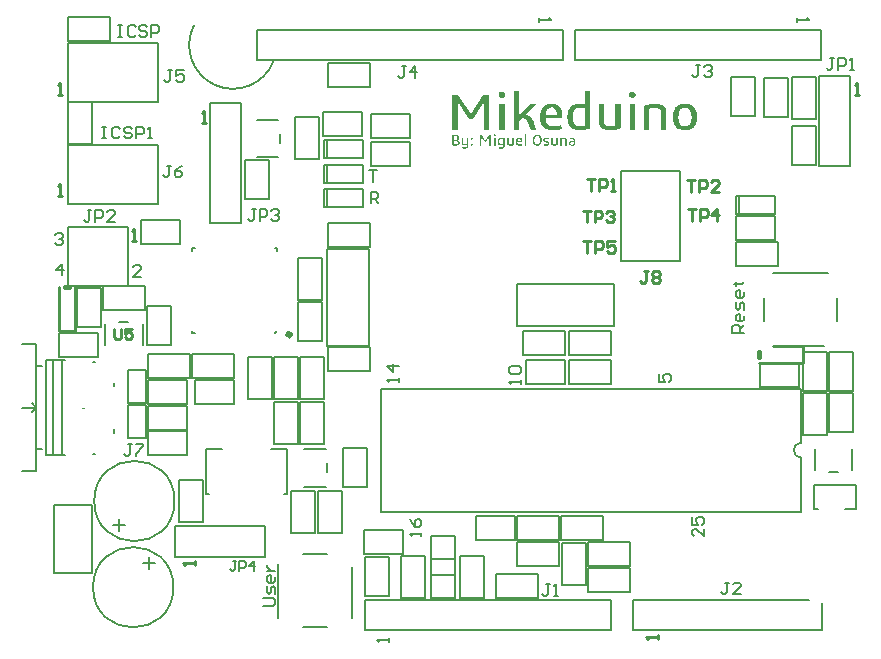
<source format=gto>
G04*
G04 #@! TF.GenerationSoftware,Altium Limited,Altium Designer,18.0.7 (293)*
G04*
G04 Layer_Color=65535*
%FSLAX25Y25*%
%MOIN*%
G70*
G01*
G75*
%ADD10C,0.00787*%
%ADD11C,0.01968*%
%ADD12C,0.00315*%
%ADD13C,0.01000*%
%ADD14C,0.01575*%
G36*
X193288Y184444D02*
X193470Y184407D01*
X193671Y184335D01*
X193871Y184207D01*
X194053Y184025D01*
X194126Y183916D01*
X194181Y183788D01*
X194217Y183624D01*
X194235Y183442D01*
Y183424D01*
Y183369D01*
X194217Y183278D01*
X194199Y183169D01*
X194162Y183041D01*
X194108Y182913D01*
X194035Y182804D01*
X193944Y182695D01*
X193926Y182677D01*
X193889Y182658D01*
X193816Y182622D01*
X193725Y182567D01*
X193616Y182513D01*
X193470Y182476D01*
X193306Y182458D01*
X193106Y182440D01*
X193015D01*
X192924Y182458D01*
X192814Y182476D01*
X192541Y182549D01*
X192413Y182604D01*
X192286Y182695D01*
X192268Y182713D01*
X192249Y182749D01*
X192195Y182804D01*
X192140Y182877D01*
X192085Y182986D01*
X192049Y183114D01*
X192013Y183278D01*
X191994Y183442D01*
Y183460D01*
Y183515D01*
X192013Y183606D01*
X192031Y183715D01*
X192067Y183843D01*
X192122Y183970D01*
X192195Y184080D01*
X192286Y184189D01*
X192304Y184207D01*
X192341Y184225D01*
X192413Y184280D01*
X192505Y184335D01*
X192614Y184371D01*
X192760Y184426D01*
X192924Y184444D01*
X193106Y184462D01*
X193215D01*
X193288Y184444D01*
D02*
G37*
G36*
X149852Y184444D02*
X150034Y184407D01*
X150234Y184335D01*
X150435Y184207D01*
X150617Y184025D01*
X150690Y183916D01*
X150744Y183788D01*
X150781Y183624D01*
X150799Y183442D01*
Y183424D01*
Y183369D01*
X150781Y183278D01*
X150762Y183169D01*
X150726Y183041D01*
X150671Y182913D01*
X150599Y182804D01*
X150507Y182695D01*
X150489Y182677D01*
X150453Y182658D01*
X150380Y182622D01*
X150289Y182567D01*
X150179Y182513D01*
X150034Y182476D01*
X149870Y182458D01*
X149669Y182440D01*
X149578D01*
X149487Y182458D01*
X149378Y182476D01*
X149104Y182549D01*
X148977Y182604D01*
X148849Y182695D01*
X148831Y182713D01*
X148813Y182749D01*
X148758Y182804D01*
X148704Y182877D01*
X148649Y182986D01*
X148612Y183114D01*
X148576Y183278D01*
X148558Y183442D01*
Y183460D01*
Y183515D01*
X148576Y183606D01*
X148594Y183715D01*
X148631Y183843D01*
X148685Y183970D01*
X148758Y184080D01*
X148849Y184189D01*
X148868Y184207D01*
X148904Y184225D01*
X148977Y184280D01*
X149068Y184335D01*
X149177Y184371D01*
X149323Y184426D01*
X149487Y184444D01*
X149669Y184462D01*
X149779D01*
X149852Y184444D01*
D02*
G37*
G36*
X179167Y172145D02*
X179131D01*
X179022Y172109D01*
X178858Y172073D01*
X178639Y172036D01*
X178366Y171982D01*
X178056Y171927D01*
X177710Y171872D01*
X177346Y171818D01*
X177309D01*
X177254Y171799D01*
X177181D01*
X176981Y171763D01*
X176726Y171745D01*
X176453Y171708D01*
X176125Y171672D01*
X175487Y171653D01*
X175341D01*
X175177Y171672D01*
X174977D01*
X174740Y171708D01*
X174467Y171745D01*
X174193Y171781D01*
X173920Y171854D01*
X173884Y171872D01*
X173793Y171890D01*
X173665Y171945D01*
X173501Y172018D01*
X173301Y172109D01*
X173082Y172237D01*
X172882Y172382D01*
X172663Y172565D01*
X172645Y172583D01*
X172572Y172656D01*
X172481Y172783D01*
X172353Y172929D01*
X172207Y173129D01*
X172080Y173366D01*
X171934Y173640D01*
X171807Y173949D01*
Y173968D01*
X171788Y173986D01*
Y174040D01*
X171770Y174113D01*
X171715Y174295D01*
X171661Y174550D01*
X171606Y174860D01*
X171570Y175225D01*
X171533Y175644D01*
X171515Y176118D01*
Y176136D01*
Y176172D01*
Y176245D01*
Y176318D01*
X171533Y176427D01*
Y176555D01*
X171552Y176846D01*
X171588Y177174D01*
X171643Y177502D01*
X171715Y177848D01*
X171807Y178176D01*
Y178194D01*
X171825Y178213D01*
X171861Y178322D01*
X171934Y178468D01*
X172025Y178650D01*
X172153Y178869D01*
X172299Y179087D01*
X172462Y179306D01*
X172645Y179506D01*
X172663Y179525D01*
X172736Y179597D01*
X172845Y179689D01*
X172991Y179798D01*
X173173Y179907D01*
X173392Y180035D01*
X173629Y180144D01*
X173884Y180235D01*
X173920Y180253D01*
X174011Y180272D01*
X174157Y180308D01*
X174339Y180363D01*
X174576Y180399D01*
X174831Y180436D01*
X175123Y180454D01*
X175414Y180472D01*
X175724D01*
X175888Y180454D01*
X176052Y180436D01*
X176398Y180399D01*
X176416D01*
X176489Y180381D01*
X176580Y180363D01*
X176708Y180344D01*
X176854Y180326D01*
X177017Y180290D01*
X177382Y180217D01*
Y184644D01*
X179167D01*
Y172145D01*
D02*
G37*
G36*
X145497Y171836D02*
X143693D01*
Y181000D01*
X140013Y175480D01*
X138555D01*
X134911Y181000D01*
Y171836D01*
X133071D01*
Y183496D01*
X135075D01*
X139284Y177192D01*
X143493Y183496D01*
X145497D01*
Y171836D01*
D02*
G37*
G36*
X189243Y172273D02*
X189207Y172255D01*
X189116Y172237D01*
X188970Y172182D01*
X188769Y172127D01*
X188514Y172054D01*
X188223Y171982D01*
X187913Y171909D01*
X187549Y171836D01*
X187512D01*
X187458Y171818D01*
X187385Y171799D01*
X187184Y171781D01*
X186947Y171745D01*
X186638Y171708D01*
X186310Y171690D01*
X185945Y171653D01*
X185308D01*
X185125Y171672D01*
X184925Y171690D01*
X184688Y171708D01*
X184178Y171799D01*
X184142D01*
X184069Y171836D01*
X183941Y171872D01*
X183777Y171909D01*
X183595Y171982D01*
X183395Y172073D01*
X183194Y172164D01*
X182994Y172291D01*
X182975Y172310D01*
X182921Y172364D01*
X182830Y172437D01*
X182720Y172546D01*
X182593Y172674D01*
X182465Y172838D01*
X182319Y173020D01*
X182210Y173221D01*
X182192Y173257D01*
X182174Y173330D01*
X182119Y173457D01*
X182083Y173640D01*
X182028Y173840D01*
X181973Y174095D01*
X181955Y174387D01*
X181937Y174696D01*
Y180290D01*
X183704D01*
Y174678D01*
Y174660D01*
Y174605D01*
Y174514D01*
X183722Y174405D01*
X183759Y174150D01*
X183850Y173876D01*
Y173858D01*
X183886Y173822D01*
X183905Y173767D01*
X183959Y173694D01*
X184087Y173512D01*
X184251Y173348D01*
X184269D01*
X184306Y173312D01*
X184360Y173275D01*
X184433Y173239D01*
X184634Y173148D01*
X184870Y173075D01*
X184889D01*
X184925Y173056D01*
X184998D01*
X185089Y173038D01*
X185198Y173020D01*
X185326D01*
X185617Y173002D01*
X185800D01*
X185927Y173020D01*
X186073D01*
X186255Y173038D01*
X186619Y173075D01*
X186638D01*
X186711Y173093D01*
X186802Y173111D01*
X186911Y173129D01*
X187203Y173184D01*
X187476Y173239D01*
Y180290D01*
X189243D01*
Y172273D01*
D02*
G37*
G36*
X201268Y180454D02*
X201487Y180436D01*
X201742Y180399D01*
X202252Y180308D01*
X202289D01*
X202361Y180272D01*
X202489Y180235D01*
X202653Y180199D01*
X202835Y180126D01*
X203036Y180035D01*
X203236Y179944D01*
X203418Y179816D01*
X203436Y179798D01*
X203509Y179761D01*
X203601Y179689D01*
X203710Y179579D01*
X203837Y179452D01*
X203965Y179288D01*
X204092Y179105D01*
X204202Y178905D01*
X204220Y178887D01*
X204256Y178796D01*
X204293Y178668D01*
X204347Y178504D01*
X204402Y178304D01*
X204457Y178067D01*
X204475Y177794D01*
X204493Y177484D01*
Y171836D01*
X202726D01*
Y177411D01*
Y177429D01*
Y177502D01*
Y177593D01*
X202708Y177703D01*
X202653Y177958D01*
X202562Y178231D01*
Y178249D01*
X202544Y178286D01*
X202507Y178358D01*
X202453Y178431D01*
X202325Y178595D01*
X202143Y178759D01*
X202125Y178778D01*
X202106Y178796D01*
X202052Y178832D01*
X201979Y178869D01*
X201779Y178960D01*
X201523Y179033D01*
X201505D01*
X201469Y179051D01*
X201378Y179069D01*
X201287Y179087D01*
X201177D01*
X201031Y179105D01*
X200740Y179124D01*
X200558D01*
X200430Y179105D01*
X200266D01*
X200102Y179087D01*
X199720Y179033D01*
X199701D01*
X199628Y179014D01*
X199537Y178996D01*
X199410Y178978D01*
X199264Y178960D01*
X199100Y178923D01*
X198790Y178850D01*
Y171836D01*
X197023D01*
Y179816D01*
X197041D01*
X197078Y179834D01*
X197151Y179852D01*
X197242Y179889D01*
X197351Y179925D01*
X197479Y179962D01*
X197770Y180035D01*
X197788D01*
X197843Y180053D01*
X197934Y180071D01*
X198043Y180108D01*
X198189Y180126D01*
X198353Y180162D01*
X198699Y180235D01*
X198717D01*
X198790Y180253D01*
X198881Y180272D01*
X199009Y180290D01*
X199173Y180326D01*
X199337Y180344D01*
X199720Y180399D01*
X199738D01*
X199811Y180417D01*
X199920D01*
X200066Y180436D01*
X200212Y180454D01*
X200394D01*
X200776Y180472D01*
X201068D01*
X201268Y180454D01*
D02*
G37*
G36*
X193999Y171836D02*
X192231D01*
Y180290D01*
X193999D01*
Y171836D01*
D02*
G37*
G36*
X155372Y176354D02*
X159125Y180290D01*
X161057D01*
X157814Y176883D01*
X157832D01*
X157850Y176865D01*
X157905Y176846D01*
X157978Y176828D01*
X158160Y176755D01*
X158397Y176664D01*
X158652Y176537D01*
X158907Y176354D01*
X159180Y176154D01*
X159417Y175899D01*
X159453Y175862D01*
X159526Y175771D01*
X159636Y175626D01*
X159763Y175407D01*
X159927Y175170D01*
X160091Y174879D01*
X160237Y174550D01*
X160383Y174186D01*
X161184Y171836D01*
X159271D01*
X158524Y174004D01*
Y174022D01*
X158506Y174040D01*
X158470Y174150D01*
X158397Y174295D01*
X158306Y174496D01*
X158196Y174696D01*
X158051Y174897D01*
X157887Y175097D01*
X157704Y175261D01*
X157686Y175279D01*
X157613Y175316D01*
X157522Y175389D01*
X157376Y175461D01*
X157212Y175534D01*
X157012Y175607D01*
X156775Y175680D01*
X156538Y175717D01*
X155372Y174605D01*
Y171836D01*
X153605D01*
Y184644D01*
X155372D01*
Y176354D01*
D02*
G37*
G36*
X150562Y171836D02*
X148795D01*
Y180290D01*
X150562D01*
Y171836D01*
D02*
G37*
G36*
X210998Y180454D02*
X211162Y180436D01*
X211362Y180417D01*
X211563Y180381D01*
X211781Y180344D01*
X212255Y180217D01*
X212510Y180144D01*
X212765Y180035D01*
X213002Y179907D01*
X213239Y179780D01*
X213457Y179616D01*
X213658Y179434D01*
X213676Y179415D01*
X213713Y179379D01*
X213749Y179324D01*
X213822Y179233D01*
X213895Y179124D01*
X213986Y178978D01*
X214095Y178814D01*
X214186Y178632D01*
X214277Y178395D01*
X214387Y178158D01*
X214478Y177885D01*
X214551Y177575D01*
X214624Y177247D01*
X214678Y176883D01*
X214697Y176482D01*
X214715Y176063D01*
Y176045D01*
Y175953D01*
Y175844D01*
X214697Y175680D01*
X214678Y175480D01*
X214660Y175261D01*
X214624Y175024D01*
X214587Y174751D01*
X214460Y174204D01*
X214369Y173913D01*
X214277Y173640D01*
X214150Y173366D01*
X214004Y173111D01*
X213840Y172892D01*
X213658Y172674D01*
X213640Y172656D01*
X213603Y172637D01*
X213549Y172583D01*
X213457Y172510D01*
X213366Y172437D01*
X213221Y172346D01*
X213075Y172255D01*
X212893Y172164D01*
X212692Y172073D01*
X212474Y171982D01*
X212237Y171890D01*
X211964Y171818D01*
X211672Y171745D01*
X211362Y171690D01*
X211034Y171672D01*
X210688Y171653D01*
X210506D01*
X210378Y171672D01*
X210214Y171690D01*
X210014Y171708D01*
X209813Y171745D01*
X209595Y171781D01*
X209121Y171909D01*
X208629Y172091D01*
X208374Y172200D01*
X208137Y172346D01*
X207919Y172492D01*
X207718Y172674D01*
X207700Y172692D01*
X207682Y172729D01*
X207627Y172783D01*
X207554Y172874D01*
X207481Y172984D01*
X207390Y173129D01*
X207299Y173293D01*
X207208Y173494D01*
X207117Y173712D01*
X207026Y173949D01*
X206935Y174241D01*
X206862Y174550D01*
X206789Y174879D01*
X206734Y175243D01*
X206716Y175644D01*
X206698Y176063D01*
Y176081D01*
Y176172D01*
Y176281D01*
X206716Y176445D01*
X206734Y176628D01*
X206753Y176865D01*
X206789Y177101D01*
X206825Y177356D01*
X206953Y177903D01*
X207135Y178468D01*
X207244Y178741D01*
X207390Y178996D01*
X207536Y179233D01*
X207718Y179434D01*
X207736Y179452D01*
X207773Y179470D01*
X207827Y179525D01*
X207919Y179597D01*
X208010Y179670D01*
X208155Y179761D01*
X208301Y179852D01*
X208483Y179962D01*
X208684Y180053D01*
X208903Y180144D01*
X209139Y180235D01*
X209413Y180308D01*
X209704Y180381D01*
X210014Y180436D01*
X210342Y180454D01*
X210688Y180472D01*
X210870D01*
X210998Y180454D01*
D02*
G37*
G36*
X166632D02*
X166851Y180436D01*
X167088Y180417D01*
X167343Y180363D01*
X167598Y180308D01*
X167853Y180217D01*
X167889Y180199D01*
X167962Y180162D01*
X168090Y180108D01*
X168236Y180035D01*
X168400Y179925D01*
X168582Y179798D01*
X168764Y179652D01*
X168928Y179488D01*
X168946Y179470D01*
X169001Y179415D01*
X169074Y179306D01*
X169165Y179178D01*
X169274Y179014D01*
X169383Y178832D01*
X169474Y178614D01*
X169565Y178377D01*
X169584Y178340D01*
X169602Y178267D01*
X169638Y178140D01*
X169675Y177958D01*
X169711Y177739D01*
X169748Y177502D01*
X169784Y177229D01*
Y176937D01*
Y175553D01*
X164282D01*
Y175516D01*
Y175443D01*
Y175334D01*
X164300Y175170D01*
X164318Y175006D01*
X164336Y174806D01*
X164427Y174423D01*
Y174405D01*
X164464Y174350D01*
X164482Y174259D01*
X164537Y174150D01*
X164683Y173895D01*
X164883Y173621D01*
X164901Y173603D01*
X164938Y173567D01*
X165010Y173512D01*
X165120Y173439D01*
X165229Y173366D01*
X165375Y173293D01*
X165539Y173221D01*
X165721Y173148D01*
X165739D01*
X165812Y173129D01*
X165940Y173111D01*
X166086Y173075D01*
X166286Y173056D01*
X166505Y173020D01*
X166778Y173002D01*
X167434D01*
X167671Y173020D01*
X167725D01*
X167798Y173038D01*
X167889D01*
X168090Y173056D01*
X168327Y173093D01*
X168345D01*
X168381Y173111D01*
X168454D01*
X168527Y173129D01*
X168727Y173166D01*
X168946Y173202D01*
X168964D01*
X169001Y173221D01*
X169055D01*
X169110Y173239D01*
X169274Y173275D01*
X169438Y173312D01*
X169584Y172018D01*
X169565D01*
X169493Y172000D01*
X169383Y171963D01*
X169238Y171927D01*
X169055Y171890D01*
X168855Y171854D01*
X168600Y171799D01*
X168345Y171763D01*
X168308D01*
X168217Y171745D01*
X168071Y171726D01*
X167889Y171708D01*
X167671Y171690D01*
X167416Y171672D01*
X167142Y171653D01*
X166705D01*
X166505Y171672D01*
X166268D01*
X165976Y171690D01*
X165685Y171726D01*
X165047Y171836D01*
X165010Y171854D01*
X164919Y171872D01*
X164755Y171927D01*
X164573Y172000D01*
X164336Y172091D01*
X164118Y172218D01*
X163881Y172364D01*
X163644Y172528D01*
X163626Y172546D01*
X163553Y172619D01*
X163444Y172729D01*
X163316Y172892D01*
X163170Y173075D01*
X163006Y173312D01*
X162861Y173585D01*
X162733Y173876D01*
Y173895D01*
X162715Y173913D01*
X162697Y173968D01*
X162678Y174040D01*
X162642Y174223D01*
X162587Y174478D01*
X162514Y174787D01*
X162478Y175152D01*
X162442Y175589D01*
X162423Y176063D01*
Y176081D01*
Y176118D01*
Y176190D01*
Y176263D01*
Y176373D01*
X162442Y176500D01*
X162460Y176773D01*
X162478Y177101D01*
X162533Y177447D01*
X162587Y177794D01*
X162678Y178122D01*
Y178140D01*
X162697Y178158D01*
X162733Y178267D01*
X162788Y178413D01*
X162879Y178614D01*
X162988Y178832D01*
X163134Y179069D01*
X163280Y179288D01*
X163462Y179488D01*
X163480Y179506D01*
X163553Y179579D01*
X163662Y179670D01*
X163808Y179780D01*
X163990Y179889D01*
X164209Y180017D01*
X164446Y180144D01*
X164701Y180235D01*
X164737Y180253D01*
X164828Y180272D01*
X164974Y180308D01*
X165174Y180363D01*
X165411Y180399D01*
X165685Y180436D01*
X165994Y180454D01*
X166322Y180472D01*
X166468D01*
X166632Y180454D01*
D02*
G37*
G36*
X147338Y170314D02*
X147392Y170303D01*
X147452Y170281D01*
X147513Y170243D01*
X147567Y170188D01*
X147589Y170155D01*
X147605Y170117D01*
X147616Y170068D01*
X147622Y170013D01*
Y170008D01*
Y169992D01*
X147616Y169964D01*
X147611Y169931D01*
X147600Y169893D01*
X147583Y169855D01*
X147562Y169822D01*
X147534Y169790D01*
X147529Y169784D01*
X147518Y169779D01*
X147496Y169768D01*
X147469Y169751D01*
X147436Y169735D01*
X147392Y169724D01*
X147343Y169719D01*
X147283Y169713D01*
X147256D01*
X147229Y169719D01*
X147196Y169724D01*
X147114Y169746D01*
X147076Y169762D01*
X147038Y169790D01*
X147032Y169795D01*
X147027Y169806D01*
X147010Y169822D01*
X146994Y169844D01*
X146977Y169877D01*
X146967Y169915D01*
X146956Y169964D01*
X146950Y170013D01*
Y170019D01*
Y170035D01*
X146956Y170063D01*
X146961Y170095D01*
X146972Y170134D01*
X146988Y170172D01*
X147010Y170204D01*
X147038Y170237D01*
X147043Y170243D01*
X147054Y170248D01*
X147076Y170265D01*
X147103Y170281D01*
X147136Y170292D01*
X147179Y170308D01*
X147229Y170314D01*
X147283Y170319D01*
X147316D01*
X147338Y170314D01*
D02*
G37*
G36*
X164810Y169118D02*
X164875Y169113D01*
X165012Y169102D01*
X165045D01*
X165077Y169096D01*
X165121Y169091D01*
X165170Y169085D01*
X165225Y169080D01*
X165274Y169069D01*
X165323Y169063D01*
X165279Y168670D01*
X165274D01*
X165258Y168676D01*
X165230Y168681D01*
X165198Y168687D01*
X165154Y168692D01*
X165105Y168703D01*
X165045Y168709D01*
X164985Y168714D01*
X164979D01*
X164957Y168719D01*
X164919D01*
X164875Y168725D01*
X164821Y168730D01*
X164761D01*
X164695Y168736D01*
X164581D01*
X164526Y168730D01*
X164466D01*
X164395Y168719D01*
X164324Y168709D01*
X164253Y168698D01*
X164187Y168676D01*
X164182Y168670D01*
X164166Y168665D01*
X164138Y168649D01*
X164111Y168627D01*
X164078Y168594D01*
X164056Y168556D01*
X164034Y168507D01*
X164029Y168446D01*
Y168441D01*
Y168430D01*
X164034Y168414D01*
X164040Y168386D01*
X164056Y168359D01*
X164073Y168332D01*
X164100Y168299D01*
X164133Y168266D01*
X164138Y168261D01*
X164149Y168255D01*
X164176Y168239D01*
X164204Y168217D01*
X164242Y168195D01*
X164286Y168168D01*
X164335Y168141D01*
X164389Y168113D01*
X164395Y168108D01*
X164417Y168103D01*
X164450Y168086D01*
X164493Y168064D01*
X164542Y168042D01*
X164597Y168015D01*
X164728Y167955D01*
X164739Y167950D01*
X164761Y167939D01*
X164794Y167922D01*
X164843Y167900D01*
X164892Y167873D01*
X164952Y167840D01*
X165067Y167764D01*
X165072Y167759D01*
X165094Y167742D01*
X165121Y167720D01*
X165159Y167693D01*
X165198Y167655D01*
X165247Y167611D01*
X165329Y167507D01*
X165334Y167502D01*
X165345Y167480D01*
X165361Y167453D01*
X165383Y167409D01*
X165405Y167360D01*
X165421Y167300D01*
X165432Y167234D01*
X165438Y167158D01*
Y167152D01*
Y167125D01*
X165432Y167092D01*
X165427Y167049D01*
X165416Y166999D01*
X165405Y166945D01*
X165383Y166890D01*
X165356Y166841D01*
X165350Y166836D01*
X165340Y166819D01*
X165323Y166797D01*
X165301Y166770D01*
X165269Y166737D01*
X165236Y166699D01*
X165192Y166666D01*
X165143Y166634D01*
X165137Y166628D01*
X165121Y166623D01*
X165088Y166606D01*
X165050Y166590D01*
X165001Y166568D01*
X164946Y166552D01*
X164886Y166535D01*
X164815Y166519D01*
X164804D01*
X164783Y166514D01*
X164744Y166508D01*
X164695Y166503D01*
X164635Y166492D01*
X164564Y166486D01*
X164493Y166481D01*
X164319D01*
X164258Y166486D01*
X164182Y166492D01*
X164100Y166497D01*
X163925Y166519D01*
X163914D01*
X163887Y166525D01*
X163843Y166535D01*
X163789Y166541D01*
X163729Y166557D01*
X163663Y166574D01*
X163592Y166590D01*
X163532Y166612D01*
X163587Y167010D01*
X163592D01*
X163598Y167005D01*
X163614Y166999D01*
X163636Y166994D01*
X163691Y166978D01*
X163756Y166961D01*
X163761D01*
X163772Y166956D01*
X163794D01*
X163822Y166950D01*
X163887Y166934D01*
X163964Y166918D01*
X163980D01*
X164002Y166912D01*
X164034Y166907D01*
X164100Y166901D01*
X164182Y166890D01*
X164253D01*
X164324Y166885D01*
X164439D01*
X164482Y166890D01*
X164537D01*
X164592Y166896D01*
X164652Y166907D01*
X164712Y166923D01*
X164761Y166939D01*
X164766Y166945D01*
X164783Y166950D01*
X164799Y166967D01*
X164826Y166989D01*
X164848Y167016D01*
X164865Y167054D01*
X164881Y167103D01*
X164886Y167158D01*
Y167163D01*
Y167180D01*
X164881Y167202D01*
X164875Y167229D01*
X164859Y167262D01*
X164843Y167294D01*
X164815Y167333D01*
X164783Y167365D01*
X164777Y167371D01*
X164766Y167382D01*
X164739Y167398D01*
X164712Y167420D01*
X164673Y167442D01*
X164630Y167469D01*
X164575Y167502D01*
X164521Y167529D01*
X164515Y167535D01*
X164493Y167545D01*
X164460Y167562D01*
X164422Y167578D01*
X164373Y167606D01*
X164313Y167633D01*
X164253Y167660D01*
X164187Y167687D01*
X164182Y167693D01*
X164160Y167704D01*
X164122Y167720D01*
X164078Y167742D01*
X164029Y167769D01*
X163974Y167797D01*
X163854Y167868D01*
X163849Y167873D01*
X163827Y167884D01*
X163800Y167906D01*
X163767Y167933D01*
X163723Y167966D01*
X163680Y168010D01*
X163598Y168103D01*
X163592Y168108D01*
X163581Y168124D01*
X163565Y168157D01*
X163549Y168195D01*
X163532Y168244D01*
X163516Y168299D01*
X163505Y168359D01*
X163499Y168430D01*
Y168441D01*
Y168463D01*
X163505Y168501D01*
X163510Y168550D01*
X163521Y168605D01*
X163538Y168659D01*
X163559Y168714D01*
X163587Y168769D01*
X163592Y168774D01*
X163603Y168790D01*
X163625Y168818D01*
X163652Y168845D01*
X163685Y168883D01*
X163723Y168916D01*
X163772Y168949D01*
X163827Y168982D01*
X163832Y168987D01*
X163854Y168992D01*
X163887Y169009D01*
X163931Y169025D01*
X163985Y169042D01*
X164051Y169058D01*
X164116Y169074D01*
X164193Y169091D01*
X164204D01*
X164231Y169096D01*
X164269Y169102D01*
X164324Y169107D01*
X164389Y169113D01*
X164466Y169118D01*
X164548Y169123D01*
X164750D01*
X164810Y169118D01*
D02*
G37*
G36*
X139678Y169118D02*
X139716Y169113D01*
X139754Y169102D01*
X139798Y169091D01*
X139836Y169069D01*
X139874Y169042D01*
X139880Y169036D01*
X139890Y169025D01*
X139901Y169009D01*
X139923Y168987D01*
X139940Y168954D01*
X139951Y168916D01*
X139961Y168872D01*
X139967Y168818D01*
Y168812D01*
Y168796D01*
X139961Y168769D01*
X139956Y168736D01*
X139945Y168703D01*
X139929Y168665D01*
X139907Y168627D01*
X139874Y168594D01*
X139869Y168588D01*
X139858Y168583D01*
X139836Y168572D01*
X139808Y168556D01*
X139770Y168539D01*
X139727Y168528D01*
X139678Y168523D01*
X139623Y168517D01*
X139596D01*
X139568Y168523D01*
X139535Y168528D01*
X139454Y168550D01*
X139415Y168567D01*
X139377Y168594D01*
X139372Y168599D01*
X139361Y168610D01*
X139350Y168627D01*
X139333Y168654D01*
X139312Y168687D01*
X139301Y168725D01*
X139290Y168769D01*
X139284Y168818D01*
Y168823D01*
Y168840D01*
X139290Y168867D01*
X139295Y168900D01*
X139306Y168938D01*
X139323Y168976D01*
X139344Y169009D01*
X139377Y169042D01*
X139383Y169047D01*
X139394Y169053D01*
X139415Y169069D01*
X139443Y169085D01*
X139476Y169096D01*
X139519Y169113D01*
X139568Y169118D01*
X139623Y169123D01*
X139650D01*
X139678Y169118D01*
D02*
G37*
G36*
X146033Y166535D02*
X145492D01*
Y169282D01*
X144389Y167627D01*
X143953D01*
X142861Y169282D01*
Y166535D01*
X142309D01*
Y170030D01*
X142910D01*
X144171Y168141D01*
X145432Y170030D01*
X146033D01*
Y166535D01*
D02*
G37*
G36*
X173147Y169118D02*
X173207Y169113D01*
X173278Y169107D01*
X173431Y169080D01*
X173442D01*
X173464Y169074D01*
X173502Y169063D01*
X173551Y169047D01*
X173606Y169031D01*
X173666Y169009D01*
X173726Y168976D01*
X173781Y168943D01*
X173786Y168938D01*
X173808Y168927D01*
X173835Y168905D01*
X173868Y168872D01*
X173906Y168840D01*
X173944Y168796D01*
X173988Y168741D01*
X174021Y168687D01*
X174026Y168681D01*
X174037Y168659D01*
X174048Y168627D01*
X174070Y168583D01*
X174086Y168523D01*
X174097Y168457D01*
X174108Y168381D01*
X174114Y168294D01*
Y166656D01*
X174103D01*
X174075Y166645D01*
X174037Y166634D01*
X173977Y166623D01*
X173906Y166606D01*
X173824Y166585D01*
X173732Y166563D01*
X173628Y166541D01*
X173617D01*
X173600Y166535D01*
X173579Y166530D01*
X173524Y166525D01*
X173448Y166514D01*
X173360Y166503D01*
X173257Y166492D01*
X173147Y166486D01*
X173027Y166481D01*
X172951D01*
X172896Y166486D01*
X172831Y166492D01*
X172765Y166497D01*
X172618Y166525D01*
X172607D01*
X172585Y166530D01*
X172552Y166541D01*
X172503Y166557D01*
X172454Y166574D01*
X172399Y166601D01*
X172339Y166628D01*
X172285Y166661D01*
X172279Y166666D01*
X172263Y166677D01*
X172235Y166699D01*
X172208Y166732D01*
X172175Y166765D01*
X172137Y166808D01*
X172104Y166858D01*
X172072Y166912D01*
X172066Y166918D01*
X172061Y166939D01*
X172050Y166978D01*
X172033Y167021D01*
X172017Y167081D01*
X172006Y167147D01*
X172001Y167223D01*
X171995Y167311D01*
Y167322D01*
Y167349D01*
X172001Y167387D01*
X172006Y167436D01*
X172017Y167496D01*
X172028Y167557D01*
X172050Y167616D01*
X172077Y167677D01*
X172083Y167682D01*
X172093Y167704D01*
X172110Y167726D01*
X172137Y167764D01*
X172170Y167797D01*
X172214Y167840D01*
X172257Y167879D01*
X172306Y167911D01*
X172312Y167917D01*
X172334Y167928D01*
X172361Y167944D01*
X172399Y167961D01*
X172448Y167982D01*
X172508Y168004D01*
X172569Y168026D01*
X172640Y168042D01*
X172650D01*
X172672Y168048D01*
X172711Y168053D01*
X172760Y168064D01*
X172820Y168070D01*
X172885Y168075D01*
X173033Y168081D01*
X173136D01*
X173180Y168075D01*
X173229D01*
X173333Y168064D01*
X173355D01*
X173382Y168059D01*
X173415D01*
X173497Y168048D01*
X173584Y168032D01*
Y168277D01*
Y168283D01*
Y168288D01*
Y168321D01*
X173573Y168365D01*
X173562Y168425D01*
X173540Y168485D01*
X173513Y168545D01*
X173469Y168594D01*
X173409Y168638D01*
X173404Y168643D01*
X173377Y168654D01*
X173344Y168665D01*
X173295Y168687D01*
X173229Y168703D01*
X173158Y168714D01*
X173076Y168725D01*
X172984Y168730D01*
X172918D01*
X172869Y168725D01*
X172814D01*
X172749Y168719D01*
X172612Y168698D01*
X172607D01*
X172579Y168692D01*
X172547Y168687D01*
X172503Y168676D01*
X172448Y168665D01*
X172394Y168654D01*
X172279Y168632D01*
X172241Y169031D01*
X172246D01*
X172268Y169036D01*
X172306Y169047D01*
X172350Y169053D01*
X172405Y169063D01*
X172470Y169074D01*
X172536Y169085D01*
X172612Y169096D01*
X172623D01*
X172645Y169102D01*
X172689Y169107D01*
X172738Y169113D01*
X172798D01*
X172863Y169118D01*
X173011Y169123D01*
X173093D01*
X173147Y169118D01*
D02*
G37*
G36*
X138454Y166525D02*
Y166519D01*
Y166514D01*
Y166497D01*
Y166475D01*
X138449Y166421D01*
X138444Y166355D01*
X138433Y166279D01*
X138422Y166197D01*
X138400Y166115D01*
X138373Y166039D01*
X138367Y166028D01*
X138356Y166006D01*
X138340Y165968D01*
X138318Y165924D01*
X138285Y165875D01*
X138247Y165820D01*
X138203Y165771D01*
X138149Y165722D01*
X138143Y165716D01*
X138121Y165700D01*
X138089Y165684D01*
X138050Y165656D01*
X137996Y165629D01*
X137930Y165596D01*
X137859Y165569D01*
X137783Y165547D01*
X137772D01*
X137745Y165536D01*
X137701Y165531D01*
X137641Y165520D01*
X137570Y165509D01*
X137488Y165504D01*
X137395Y165493D01*
X137215D01*
X137155Y165498D01*
X137084Y165504D01*
X137002Y165509D01*
X136915Y165520D01*
X136822Y165536D01*
X136811D01*
X136778Y165542D01*
X136734Y165553D01*
X136674Y165564D01*
X136609Y165575D01*
X136532Y165591D01*
X136461Y165607D01*
X136391Y165624D01*
X136451Y166017D01*
X136456D01*
X136483Y166011D01*
X136516Y166000D01*
X136565Y165989D01*
X136625Y165979D01*
X136696Y165962D01*
X136773Y165951D01*
X136855Y165935D01*
X136866D01*
X136893Y165929D01*
X136937Y165924D01*
X136997Y165919D01*
X137062Y165908D01*
X137133Y165902D01*
X137280Y165897D01*
X137335D01*
X137395Y165902D01*
X137472Y165913D01*
X137548Y165929D01*
X137630Y165951D01*
X137706Y165984D01*
X137772Y166028D01*
X137777Y166033D01*
X137794Y166050D01*
X137821Y166082D01*
X137848Y166126D01*
X137876Y166186D01*
X137903Y166262D01*
X137919Y166350D01*
X137925Y166454D01*
Y166595D01*
X137919D01*
X137903Y166590D01*
X137870Y166585D01*
X137837Y166579D01*
X137794Y166574D01*
X137745Y166568D01*
X137635Y166552D01*
X137614D01*
X137581Y166546D01*
X137548D01*
X137504Y166541D01*
X137461D01*
X137357Y166535D01*
X137275D01*
X137221Y166541D01*
X137160Y166546D01*
X137089Y166552D01*
X136937Y166579D01*
X136926D01*
X136904Y166590D01*
X136866Y166601D01*
X136816Y166612D01*
X136762Y166634D01*
X136702Y166661D01*
X136642Y166688D01*
X136582Y166727D01*
X136576Y166732D01*
X136560Y166748D01*
X136532Y166770D01*
X136500Y166803D01*
X136461Y166841D01*
X136423Y166890D01*
X136380Y166945D01*
X136347Y167005D01*
X136341Y167016D01*
X136336Y167038D01*
X136320Y167076D01*
X136309Y167131D01*
X136292Y167191D01*
X136276Y167267D01*
X136270Y167354D01*
X136265Y167447D01*
Y169069D01*
X136795D01*
Y167447D01*
Y167442D01*
Y167425D01*
Y167398D01*
X136800Y167365D01*
X136811Y167283D01*
X136838Y167201D01*
Y167196D01*
X136849Y167185D01*
X136855Y167169D01*
X136871Y167147D01*
X136909Y167092D01*
X136958Y167043D01*
X136964D01*
X136975Y167032D01*
X136991Y167027D01*
X137013Y167010D01*
X137073Y166983D01*
X137144Y166961D01*
X137150D01*
X137160Y166956D01*
X137182D01*
X137209Y166950D01*
X137242Y166945D01*
X137280D01*
X137368Y166939D01*
X137423D01*
X137461Y166945D01*
X137504D01*
X137559Y166950D01*
X137668Y166961D01*
X137674D01*
X137696Y166967D01*
X137723Y166972D01*
X137756Y166978D01*
X137843Y166994D01*
X137925Y167016D01*
Y169069D01*
X138454D01*
Y166525D01*
D02*
G37*
G36*
X168244Y166666D02*
X168233Y166661D01*
X168206Y166656D01*
X168162Y166639D01*
X168102Y166623D01*
X168026Y166601D01*
X167938Y166579D01*
X167846Y166557D01*
X167736Y166535D01*
X167726D01*
X167709Y166530D01*
X167687Y166525D01*
X167627Y166519D01*
X167556Y166508D01*
X167463Y166497D01*
X167365Y166492D01*
X167256Y166481D01*
X167065D01*
X167010Y166486D01*
X166950Y166492D01*
X166879Y166497D01*
X166726Y166525D01*
X166715D01*
X166694Y166535D01*
X166655Y166546D01*
X166606Y166557D01*
X166552Y166579D01*
X166491Y166606D01*
X166431Y166634D01*
X166371Y166672D01*
X166366Y166677D01*
X166350Y166694D01*
X166322Y166716D01*
X166289Y166748D01*
X166251Y166787D01*
X166213Y166836D01*
X166169Y166890D01*
X166137Y166950D01*
X166131Y166961D01*
X166126Y166983D01*
X166109Y167021D01*
X166098Y167076D01*
X166082Y167136D01*
X166066Y167212D01*
X166060Y167300D01*
X166055Y167393D01*
Y169069D01*
X166584D01*
Y167387D01*
Y167382D01*
Y167365D01*
Y167338D01*
X166590Y167305D01*
X166601Y167229D01*
X166628Y167147D01*
Y167141D01*
X166639Y167131D01*
X166644Y167114D01*
X166661Y167092D01*
X166699Y167038D01*
X166748Y166989D01*
X166754D01*
X166764Y166978D01*
X166781Y166967D01*
X166803Y166956D01*
X166863Y166929D01*
X166934Y166907D01*
X166939D01*
X166950Y166901D01*
X166972D01*
X166999Y166896D01*
X167032Y166890D01*
X167070D01*
X167158Y166885D01*
X167212D01*
X167251Y166890D01*
X167294D01*
X167349Y166896D01*
X167458Y166907D01*
X167463D01*
X167485Y166912D01*
X167513Y166918D01*
X167545Y166923D01*
X167633Y166939D01*
X167715Y166956D01*
Y169069D01*
X168244D01*
Y166666D01*
D02*
G37*
G36*
X153606Y166666D02*
X153595Y166661D01*
X153568Y166656D01*
X153524Y166639D01*
X153464Y166623D01*
X153387Y166601D01*
X153300Y166579D01*
X153207Y166557D01*
X153098Y166535D01*
X153087D01*
X153071Y166530D01*
X153049Y166525D01*
X152989Y166519D01*
X152918Y166508D01*
X152825Y166497D01*
X152727Y166492D01*
X152618Y166481D01*
X152427D01*
X152372Y166486D01*
X152312Y166492D01*
X152241Y166497D01*
X152088Y166525D01*
X152077D01*
X152055Y166535D01*
X152017Y166546D01*
X151968Y166557D01*
X151913Y166579D01*
X151853Y166606D01*
X151793Y166634D01*
X151733Y166672D01*
X151728Y166677D01*
X151711Y166694D01*
X151684Y166716D01*
X151651Y166748D01*
X151613Y166787D01*
X151575Y166836D01*
X151531Y166890D01*
X151498Y166950D01*
X151493Y166961D01*
X151487Y166983D01*
X151471Y167021D01*
X151460Y167076D01*
X151444Y167136D01*
X151427Y167212D01*
X151422Y167300D01*
X151417Y167393D01*
Y169069D01*
X151946D01*
Y167387D01*
Y167382D01*
Y167365D01*
Y167338D01*
X151952Y167305D01*
X151962Y167229D01*
X151990Y167147D01*
Y167141D01*
X152001Y167131D01*
X152006Y167114D01*
X152023Y167092D01*
X152061Y167038D01*
X152110Y166989D01*
X152115D01*
X152126Y166978D01*
X152143Y166967D01*
X152164Y166956D01*
X152225Y166929D01*
X152295Y166907D01*
X152301D01*
X152312Y166901D01*
X152334D01*
X152361Y166896D01*
X152394Y166890D01*
X152432D01*
X152519Y166885D01*
X152574D01*
X152612Y166890D01*
X152656D01*
X152710Y166896D01*
X152820Y166907D01*
X152825D01*
X152847Y166912D01*
X152874Y166918D01*
X152907Y166923D01*
X152994Y166939D01*
X153076Y166956D01*
Y169069D01*
X153606D01*
Y166666D01*
D02*
G37*
G36*
X170412Y169118D02*
X170477Y169113D01*
X170554Y169102D01*
X170707Y169074D01*
X170718D01*
X170739Y169063D01*
X170778Y169053D01*
X170827Y169042D01*
X170881Y169020D01*
X170941Y168992D01*
X171002Y168965D01*
X171056Y168927D01*
X171062Y168921D01*
X171083Y168911D01*
X171111Y168889D01*
X171143Y168856D01*
X171182Y168818D01*
X171220Y168769D01*
X171258Y168714D01*
X171291Y168654D01*
X171296Y168649D01*
X171307Y168621D01*
X171318Y168583D01*
X171335Y168534D01*
X171351Y168474D01*
X171367Y168403D01*
X171373Y168321D01*
X171378Y168228D01*
Y166535D01*
X170849D01*
Y168206D01*
Y168212D01*
Y168234D01*
Y168261D01*
X170843Y168294D01*
X170827Y168370D01*
X170800Y168452D01*
Y168457D01*
X170794Y168468D01*
X170783Y168490D01*
X170767Y168512D01*
X170729Y168561D01*
X170674Y168610D01*
X170668Y168616D01*
X170663Y168621D01*
X170647Y168632D01*
X170625Y168643D01*
X170565Y168670D01*
X170488Y168692D01*
X170483D01*
X170472Y168698D01*
X170445Y168703D01*
X170417Y168709D01*
X170385D01*
X170341Y168714D01*
X170254Y168719D01*
X170199D01*
X170161Y168714D01*
X170112D01*
X170062Y168709D01*
X169948Y168692D01*
X169942D01*
X169920Y168687D01*
X169893Y168681D01*
X169855Y168676D01*
X169811Y168670D01*
X169762Y168659D01*
X169669Y168638D01*
Y166535D01*
X169140D01*
Y168927D01*
X169145D01*
X169156Y168932D01*
X169178Y168938D01*
X169205Y168949D01*
X169238Y168960D01*
X169276Y168971D01*
X169363Y168992D01*
X169369D01*
X169385Y168998D01*
X169413Y169003D01*
X169445Y169014D01*
X169489Y169020D01*
X169538Y169031D01*
X169642Y169053D01*
X169647D01*
X169669Y169058D01*
X169697Y169063D01*
X169735Y169069D01*
X169784Y169080D01*
X169833Y169085D01*
X169948Y169102D01*
X169953D01*
X169975Y169107D01*
X170008D01*
X170051Y169113D01*
X170095Y169118D01*
X170150D01*
X170264Y169123D01*
X170352D01*
X170412Y169118D01*
D02*
G37*
G36*
X157761Y166535D02*
X157231D01*
Y170374D01*
X157761D01*
Y166535D01*
D02*
G37*
G36*
X147551D02*
X147021D01*
Y169069D01*
X147551D01*
Y166535D01*
D02*
G37*
G36*
X139678Y167092D02*
X139716Y167087D01*
X139754Y167076D01*
X139798Y167065D01*
X139836Y167043D01*
X139874Y167016D01*
X139880Y167010D01*
X139890Y166999D01*
X139901Y166983D01*
X139923Y166961D01*
X139940Y166929D01*
X139951Y166890D01*
X139961Y166847D01*
X139967Y166792D01*
Y166787D01*
Y166770D01*
X139961Y166743D01*
X139956Y166710D01*
X139945Y166677D01*
X139929Y166639D01*
X139907Y166601D01*
X139874Y166568D01*
X139869Y166563D01*
X139858Y166557D01*
X139836Y166546D01*
X139808Y166530D01*
X139770Y166514D01*
X139727Y166503D01*
X139678Y166497D01*
X139623Y166492D01*
X139596D01*
X139568Y166497D01*
X139535Y166503D01*
X139454Y166525D01*
X139415Y166541D01*
X139377Y166568D01*
X139372Y166574D01*
X139361Y166585D01*
X139350Y166601D01*
X139333Y166628D01*
X139312Y166661D01*
X139301Y166699D01*
X139290Y166743D01*
X139284Y166792D01*
Y166797D01*
Y166814D01*
X139290Y166841D01*
X139295Y166874D01*
X139306Y166912D01*
X139323Y166950D01*
X139344Y166983D01*
X139377Y167016D01*
X139383Y167021D01*
X139394Y167027D01*
X139415Y167043D01*
X139443Y167060D01*
X139476Y167070D01*
X139519Y167087D01*
X139568Y167092D01*
X139623Y167098D01*
X139650D01*
X139678Y167092D01*
D02*
G37*
G36*
X155577Y169118D02*
X155642Y169113D01*
X155713Y169107D01*
X155790Y169091D01*
X155866Y169074D01*
X155943Y169047D01*
X155954Y169042D01*
X155976Y169031D01*
X156014Y169014D01*
X156058Y168992D01*
X156107Y168960D01*
X156161Y168921D01*
X156216Y168878D01*
X156265Y168829D01*
X156270Y168823D01*
X156287Y168807D01*
X156309Y168774D01*
X156336Y168736D01*
X156369Y168687D01*
X156401Y168632D01*
X156429Y168567D01*
X156456Y168496D01*
X156462Y168485D01*
X156467Y168463D01*
X156478Y168425D01*
X156489Y168370D01*
X156500Y168305D01*
X156511Y168234D01*
X156522Y168152D01*
Y168064D01*
Y167649D01*
X154873D01*
Y167638D01*
Y167616D01*
Y167584D01*
X154878Y167535D01*
X154884Y167485D01*
X154889Y167425D01*
X154916Y167311D01*
Y167305D01*
X154927Y167289D01*
X154933Y167262D01*
X154949Y167229D01*
X154993Y167152D01*
X155053Y167070D01*
X155058Y167065D01*
X155069Y167054D01*
X155091Y167038D01*
X155124Y167016D01*
X155157Y166994D01*
X155200Y166972D01*
X155249Y166950D01*
X155304Y166929D01*
X155309D01*
X155331Y166923D01*
X155369Y166918D01*
X155413Y166907D01*
X155473Y166901D01*
X155539Y166890D01*
X155621Y166885D01*
X155817D01*
X155888Y166890D01*
X155905D01*
X155926Y166896D01*
X155954D01*
X156014Y166901D01*
X156085Y166912D01*
X156090D01*
X156101Y166918D01*
X156123D01*
X156145Y166923D01*
X156205Y166934D01*
X156270Y166945D01*
X156276D01*
X156287Y166950D01*
X156303D01*
X156320Y166956D01*
X156369Y166967D01*
X156418Y166978D01*
X156462Y166590D01*
X156456D01*
X156434Y166585D01*
X156401Y166574D01*
X156358Y166563D01*
X156303Y166552D01*
X156243Y166541D01*
X156167Y166525D01*
X156090Y166514D01*
X156079D01*
X156052Y166508D01*
X156008Y166503D01*
X155954Y166497D01*
X155888Y166492D01*
X155812Y166486D01*
X155730Y166481D01*
X155599D01*
X155539Y166486D01*
X155468D01*
X155380Y166492D01*
X155293Y166503D01*
X155102Y166535D01*
X155091Y166541D01*
X155064Y166546D01*
X155015Y166563D01*
X154960Y166585D01*
X154889Y166612D01*
X154824Y166650D01*
X154753Y166694D01*
X154682Y166743D01*
X154676Y166748D01*
X154654Y166770D01*
X154622Y166803D01*
X154583Y166852D01*
X154540Y166907D01*
X154490Y166978D01*
X154447Y167060D01*
X154409Y167147D01*
Y167152D01*
X154403Y167158D01*
X154398Y167174D01*
X154392Y167196D01*
X154381Y167251D01*
X154365Y167327D01*
X154343Y167420D01*
X154332Y167529D01*
X154321Y167660D01*
X154316Y167802D01*
Y167808D01*
Y167818D01*
Y167840D01*
Y167862D01*
Y167895D01*
X154321Y167933D01*
X154327Y168015D01*
X154332Y168113D01*
X154349Y168217D01*
X154365Y168321D01*
X154392Y168419D01*
Y168425D01*
X154398Y168430D01*
X154409Y168463D01*
X154425Y168507D01*
X154452Y168567D01*
X154485Y168632D01*
X154529Y168703D01*
X154572Y168769D01*
X154627Y168829D01*
X154632Y168834D01*
X154654Y168856D01*
X154687Y168883D01*
X154731Y168916D01*
X154785Y168949D01*
X154851Y168987D01*
X154922Y169025D01*
X154998Y169053D01*
X155009Y169058D01*
X155036Y169063D01*
X155080Y169074D01*
X155140Y169091D01*
X155211Y169102D01*
X155293Y169113D01*
X155386Y169118D01*
X155484Y169123D01*
X155528D01*
X155577Y169118D01*
D02*
G37*
G36*
X161528Y170079D02*
X161567D01*
X161654Y170073D01*
X161752Y170057D01*
X161861Y170041D01*
X161971Y170013D01*
X162080Y169981D01*
X162085D01*
X162091Y169975D01*
X162107Y169970D01*
X162129Y169964D01*
X162178Y169937D01*
X162244Y169904D01*
X162320Y169861D01*
X162397Y169806D01*
X162478Y169740D01*
X162549Y169664D01*
X162560Y169653D01*
X162582Y169626D01*
X162615Y169577D01*
X162659Y169511D01*
X162702Y169429D01*
X162751Y169336D01*
X162801Y169227D01*
X162839Y169102D01*
Y169096D01*
X162844Y169085D01*
X162850Y169069D01*
X162855Y169042D01*
X162861Y169009D01*
X162872Y168971D01*
X162877Y168921D01*
X162888Y168872D01*
X162899Y168812D01*
X162904Y168752D01*
X162921Y168610D01*
X162932Y168452D01*
X162937Y168277D01*
Y168272D01*
Y168255D01*
Y168228D01*
Y168195D01*
X162932Y168152D01*
Y168108D01*
Y168053D01*
X162926Y167993D01*
X162915Y167862D01*
X162893Y167720D01*
X162872Y167584D01*
X162839Y167447D01*
Y167442D01*
X162833Y167431D01*
X162828Y167414D01*
X162822Y167393D01*
X162795Y167327D01*
X162768Y167251D01*
X162724Y167163D01*
X162675Y167070D01*
X162615Y166978D01*
X162549Y166890D01*
X162539Y166879D01*
X162517Y166858D01*
X162478Y166814D01*
X162424Y166770D01*
X162353Y166716D01*
X162271Y166666D01*
X162184Y166617D01*
X162080Y166574D01*
X162074D01*
X162069Y166568D01*
X162053Y166563D01*
X162031Y166557D01*
X161971Y166541D01*
X161894Y166525D01*
X161796Y166508D01*
X161687Y166492D01*
X161567Y166481D01*
X161436Y166475D01*
X161375D01*
X161343Y166481D01*
X161304D01*
X161217Y166486D01*
X161119Y166497D01*
X161010Y166519D01*
X160895Y166541D01*
X160786Y166574D01*
X160780D01*
X160775Y166579D01*
X160758Y166585D01*
X160737Y166590D01*
X160688Y166617D01*
X160622Y166650D01*
X160546Y166694D01*
X160464Y166748D01*
X160387Y166814D01*
X160311Y166890D01*
X160305Y166901D01*
X160278Y166929D01*
X160245Y166978D01*
X160207Y167043D01*
X160158Y167125D01*
X160114Y167218D01*
X160065Y167327D01*
X160027Y167447D01*
Y167453D01*
X160021Y167464D01*
X160016Y167480D01*
X160011Y167507D01*
X160005Y167540D01*
X160000Y167584D01*
X159989Y167627D01*
X159983Y167682D01*
X159972Y167737D01*
X159961Y167802D01*
X159950Y167944D01*
X159940Y168102D01*
X159934Y168277D01*
Y168283D01*
Y168299D01*
Y168326D01*
Y168359D01*
X159940Y168403D01*
Y168446D01*
Y168501D01*
X159945Y168561D01*
X159956Y168692D01*
X159972Y168829D01*
X159994Y168971D01*
X160027Y169102D01*
Y169107D01*
X160032Y169118D01*
X160038Y169134D01*
X160043Y169162D01*
X160071Y169222D01*
X160098Y169304D01*
X160142Y169391D01*
X160191Y169484D01*
X160245Y169577D01*
X160311Y169664D01*
X160322Y169675D01*
X160344Y169702D01*
X160387Y169740D01*
X160442Y169784D01*
X160513Y169839D01*
X160595Y169888D01*
X160682Y169937D01*
X160786Y169981D01*
X160791D01*
X160797Y169986D01*
X160813Y169992D01*
X160835Y169997D01*
X160862Y170002D01*
X160895Y170013D01*
X160971Y170035D01*
X161070Y170052D01*
X161179Y170068D01*
X161304Y170079D01*
X161436Y170084D01*
X161496D01*
X161528Y170079D01*
D02*
G37*
G36*
X134381Y170024D02*
X134463Y170019D01*
X134550Y170008D01*
X134731Y169981D01*
X134742D01*
X134769Y169970D01*
X134813Y169959D01*
X134867Y169942D01*
X134933Y169921D01*
X134998Y169893D01*
X135064Y169861D01*
X135124Y169822D01*
X135129Y169817D01*
X135151Y169806D01*
X135178Y169779D01*
X135217Y169751D01*
X135255Y169708D01*
X135299Y169664D01*
X135337Y169604D01*
X135375Y169544D01*
X135380Y169538D01*
X135391Y169511D01*
X135402Y169478D01*
X135419Y169429D01*
X135435Y169369D01*
X135451Y169298D01*
X135457Y169216D01*
X135462Y169129D01*
Y169123D01*
Y169113D01*
Y169096D01*
Y169069D01*
X135457Y169009D01*
X135446Y168932D01*
X135424Y168845D01*
X135402Y168752D01*
X135364Y168665D01*
X135315Y168588D01*
X135310Y168583D01*
X135288Y168556D01*
X135255Y168523D01*
X135211Y168485D01*
X135151Y168441D01*
X135080Y168397D01*
X135004Y168354D01*
X134911Y168321D01*
X134916D01*
X134933Y168315D01*
X134955Y168310D01*
X134987Y168299D01*
X135026Y168283D01*
X135069Y168266D01*
X135157Y168228D01*
X135162D01*
X135178Y168217D01*
X135200Y168206D01*
X135233Y168184D01*
X135299Y168135D01*
X135370Y168064D01*
X135375Y168059D01*
X135386Y168048D01*
X135402Y168026D01*
X135419Y167999D01*
X135441Y167961D01*
X135468Y167917D01*
X135490Y167873D01*
X135512Y167818D01*
X135517Y167813D01*
X135522Y167791D01*
X135533Y167764D01*
X135544Y167726D01*
X135555Y167671D01*
X135561Y167616D01*
X135572Y167551D01*
Y167480D01*
Y167474D01*
Y167458D01*
Y167431D01*
X135566Y167398D01*
X135561Y167360D01*
X135555Y167311D01*
X135528Y167201D01*
X135490Y167081D01*
X135462Y167021D01*
X135430Y166956D01*
X135391Y166896D01*
X135342Y166836D01*
X135293Y166781D01*
X135233Y166732D01*
X135228D01*
X135217Y166721D01*
X135200Y166710D01*
X135173Y166694D01*
X135135Y166672D01*
X135091Y166650D01*
X135042Y166628D01*
X134982Y166606D01*
X134916Y166579D01*
X134845Y166557D01*
X134764Y166535D01*
X134671Y166514D01*
X134572Y166497D01*
X134469Y166486D01*
X134354Y166481D01*
X134234Y166475D01*
X134146D01*
X134081Y166481D01*
X134004Y166486D01*
X133912Y166492D01*
X133808Y166503D01*
X133693Y166514D01*
X133677D01*
X133660Y166519D01*
X133639D01*
X133611Y166525D01*
X133579Y166530D01*
X133497Y166541D01*
X133404Y166552D01*
X133295Y166568D01*
X133186Y166590D01*
X133071Y166612D01*
Y170030D01*
X134310D01*
X134381Y170024D01*
D02*
G37*
G36*
X149615Y169118D02*
X149686D01*
X149762Y169107D01*
X149855Y169096D01*
X149953Y169085D01*
X150051Y169063D01*
X150062D01*
X150095Y169053D01*
X150150Y169042D01*
X150215Y169025D01*
X150297Y169003D01*
X150384Y168982D01*
X150570Y168927D01*
Y166519D01*
Y166514D01*
Y166508D01*
Y166492D01*
Y166470D01*
X150565Y166415D01*
X150559Y166350D01*
X150548Y166273D01*
X150537Y166197D01*
X150516Y166115D01*
X150488Y166039D01*
X150483Y166028D01*
X150472Y166006D01*
X150455Y165968D01*
X150434Y165924D01*
X150401Y165875D01*
X150357Y165820D01*
X150314Y165771D01*
X150259Y165722D01*
X150253Y165716D01*
X150232Y165700D01*
X150199Y165684D01*
X150161Y165656D01*
X150106Y165629D01*
X150046Y165596D01*
X149975Y165569D01*
X149899Y165547D01*
X149888D01*
X149860Y165536D01*
X149817Y165531D01*
X149757Y165520D01*
X149686Y165509D01*
X149604Y165504D01*
X149511Y165493D01*
X149331D01*
X149271Y165498D01*
X149200Y165504D01*
X149118Y165509D01*
X149025Y165520D01*
X148932Y165531D01*
X148921D01*
X148889Y165536D01*
X148845Y165547D01*
X148785Y165558D01*
X148719Y165569D01*
X148648Y165585D01*
X148577Y165602D01*
X148506Y165618D01*
X148566Y166022D01*
X148572D01*
X148599Y166017D01*
X148632Y166006D01*
X148681Y165995D01*
X148741Y165984D01*
X148812Y165968D01*
X148889Y165957D01*
X148970Y165940D01*
X148981D01*
X149009Y165935D01*
X149052Y165929D01*
X149112Y165919D01*
X149178Y165913D01*
X149249Y165902D01*
X149396Y165897D01*
X149451D01*
X149511Y165902D01*
X149587Y165913D01*
X149664Y165929D01*
X149746Y165957D01*
X149822Y165989D01*
X149888Y166033D01*
X149893Y166039D01*
X149909Y166060D01*
X149937Y166093D01*
X149964Y166137D01*
X149991Y166197D01*
X150019Y166268D01*
X150035Y166361D01*
X150041Y166464D01*
Y166601D01*
X150035D01*
X150019Y166595D01*
X149986Y166590D01*
X149948Y166585D01*
X149904Y166579D01*
X149849Y166568D01*
X149735Y166552D01*
X149707D01*
X149675Y166546D01*
X149636D01*
X149587Y166541D01*
X149538D01*
X149424Y166535D01*
X149385D01*
X149336Y166541D01*
X149282D01*
X149211Y166546D01*
X149134Y166557D01*
X148976Y166585D01*
X148965Y166590D01*
X148943Y166595D01*
X148899Y166612D01*
X148850Y166628D01*
X148796Y166656D01*
X148736Y166688D01*
X148670Y166732D01*
X148610Y166781D01*
X148605Y166787D01*
X148583Y166808D01*
X148555Y166841D01*
X148517Y166885D01*
X148479Y166945D01*
X148435Y167010D01*
X148397Y167092D01*
X148359Y167180D01*
Y167185D01*
X148353Y167191D01*
Y167207D01*
X148348Y167223D01*
X148332Y167278D01*
X148315Y167354D01*
X148299Y167447D01*
X148288Y167562D01*
X148277Y167687D01*
X148272Y167829D01*
Y167835D01*
Y167846D01*
Y167868D01*
Y167889D01*
X148277Y167922D01*
Y167961D01*
X148282Y168042D01*
X148293Y168141D01*
X148315Y168244D01*
X148337Y168343D01*
X148370Y168441D01*
Y168446D01*
X148375Y168452D01*
X148386Y168485D01*
X148408Y168528D01*
X148441Y168583D01*
X148479Y168649D01*
X148523Y168714D01*
X148577Y168780D01*
X148637Y168840D01*
X148643Y168845D01*
X148670Y168861D01*
X148703Y168889D01*
X148752Y168921D01*
X148807Y168954D01*
X148878Y168992D01*
X148954Y169025D01*
X149036Y169053D01*
X149047Y169058D01*
X149074Y169063D01*
X149123Y169074D01*
X149183Y169091D01*
X149254Y169102D01*
X149336Y169113D01*
X149424Y169118D01*
X149516Y169123D01*
X149560D01*
X149615Y169118D01*
D02*
G37*
%LPC*%
G36*
X175487Y179124D02*
X175323D01*
X175214Y179105D01*
X175086Y179087D01*
X174959Y179069D01*
X174649Y178978D01*
X174631D01*
X174594Y178960D01*
X174521Y178923D01*
X174430Y178869D01*
X174321Y178814D01*
X174212Y178723D01*
X174084Y178632D01*
X173975Y178504D01*
X173957Y178486D01*
X173920Y178450D01*
X173865Y178377D01*
X173811Y178267D01*
X173738Y178140D01*
X173665Y177976D01*
X173592Y177794D01*
X173519Y177593D01*
Y177575D01*
X173501Y177484D01*
X173465Y177375D01*
X173446Y177192D01*
X173410Y176992D01*
X173373Y176737D01*
X173355Y176464D01*
Y176136D01*
Y176118D01*
Y176099D01*
Y176045D01*
Y175972D01*
Y175808D01*
X173373Y175589D01*
X173392Y175334D01*
X173410Y175079D01*
X173446Y174806D01*
X173501Y174569D01*
Y174550D01*
X173538Y174478D01*
X173556Y174368D01*
X173610Y174223D01*
X173738Y173913D01*
X173829Y173749D01*
X173920Y173603D01*
X173938Y173585D01*
X173975Y173548D01*
X174029Y173494D01*
X174120Y173421D01*
X174212Y173330D01*
X174339Y173257D01*
X174467Y173184D01*
X174612Y173129D01*
X174631D01*
X174685Y173111D01*
X174758Y173093D01*
X174886Y173075D01*
X175013Y173038D01*
X175159Y173020D01*
X175523Y173002D01*
X175815D01*
X175943Y173020D01*
X176107D01*
X176453Y173056D01*
X176471D01*
X176544Y173075D01*
X176635D01*
X176744Y173093D01*
X176890Y173111D01*
X177054Y173148D01*
X177400Y173202D01*
Y178850D01*
X177382D01*
X177309Y178869D01*
X177218Y178887D01*
X177090Y178923D01*
X176945Y178960D01*
X176781Y178996D01*
X176435Y179051D01*
X176416D01*
X176362Y179069D01*
X176252D01*
X176143Y179087D01*
X175997Y179105D01*
X175833D01*
X175487Y179124D01*
D02*
G37*
G36*
X210907D02*
X210524D01*
X210397Y179105D01*
X210251Y179087D01*
X210087Y179069D01*
X209777Y178978D01*
X209759D01*
X209704Y178942D01*
X209631Y178905D01*
X209540Y178869D01*
X209431Y178796D01*
X209322Y178705D01*
X209194Y178595D01*
X209085Y178468D01*
X209067Y178450D01*
X209048Y178413D01*
X208994Y178322D01*
X208939Y178231D01*
X208866Y178085D01*
X208793Y177939D01*
X208720Y177739D01*
X208666Y177539D01*
Y177520D01*
X208647Y177429D01*
X208629Y177302D01*
X208611Y177138D01*
X208575Y176919D01*
X208556Y176664D01*
X208538Y176391D01*
Y176063D01*
Y176045D01*
Y176026D01*
Y175917D01*
Y175753D01*
X208556Y175534D01*
X208575Y175298D01*
X208593Y175042D01*
X208629Y174806D01*
X208666Y174569D01*
Y174550D01*
X208702Y174478D01*
X208720Y174368D01*
X208775Y174241D01*
X208903Y173931D01*
X208994Y173767D01*
X209085Y173621D01*
X209103Y173603D01*
X209139Y173567D01*
X209194Y173512D01*
X209285Y173439D01*
X209376Y173348D01*
X209504Y173275D01*
X209631Y173184D01*
X209777Y173129D01*
X209795D01*
X209850Y173111D01*
X209941Y173093D01*
X210050Y173075D01*
X210178Y173038D01*
X210342Y173020D01*
X210524Y173002D01*
X210889D01*
X211016Y173020D01*
X211308Y173056D01*
X211617Y173129D01*
X211635D01*
X211690Y173166D01*
X211763Y173202D01*
X211854Y173239D01*
X212073Y173403D01*
X212182Y173494D01*
X212291Y173621D01*
X212310Y173640D01*
X212346Y173694D01*
X212401Y173767D01*
X212455Y173876D01*
X212528Y174022D01*
X212601Y174168D01*
X212674Y174368D01*
X212729Y174569D01*
Y174605D01*
X212747Y174678D01*
X212783Y174806D01*
X212802Y174970D01*
X212838Y175188D01*
X212856Y175443D01*
X212875Y175735D01*
Y176063D01*
Y176081D01*
Y176099D01*
Y176208D01*
Y176373D01*
X212856Y176591D01*
X212838Y176810D01*
X212820Y177065D01*
X212783Y177302D01*
X212729Y177539D01*
Y177557D01*
X212710Y177630D01*
X212674Y177739D01*
X212619Y177867D01*
X212492Y178176D01*
X212401Y178322D01*
X212291Y178468D01*
X212273Y178486D01*
X212237Y178523D01*
X212182Y178595D01*
X212109Y178668D01*
X212000Y178759D01*
X211891Y178832D01*
X211763Y178923D01*
X211617Y178978D01*
X211599D01*
X211544Y178996D01*
X211472Y179033D01*
X211362Y179051D01*
X211235Y179087D01*
X211071Y179105D01*
X210907Y179124D01*
D02*
G37*
G36*
X166268Y179233D02*
X166104D01*
X165921Y179197D01*
X165703Y179160D01*
X165466Y179087D01*
X165229Y178978D01*
X165010Y178814D01*
X164810Y178614D01*
X164792Y178577D01*
X164737Y178504D01*
X164664Y178358D01*
X164573Y178158D01*
X164482Y177885D01*
X164409Y177575D01*
X164336Y177211D01*
X164300Y176773D01*
X168090D01*
Y176810D01*
Y176883D01*
X168071Y176992D01*
X168053Y177156D01*
X168035Y177338D01*
X167999Y177557D01*
X167944Y177776D01*
X167871Y178012D01*
X167762Y178231D01*
X167652Y178450D01*
X167507Y178668D01*
X167324Y178850D01*
X167106Y179014D01*
X166869Y179124D01*
X166596Y179215D01*
X166268Y179233D01*
D02*
G37*
G36*
X173169Y167698D02*
X173000D01*
X172929Y167693D01*
X172852Y167682D01*
X172847D01*
X172836Y167677D01*
X172814D01*
X172792Y167666D01*
X172732Y167649D01*
X172672Y167616D01*
X172667D01*
X172661Y167611D01*
X172629Y167584D01*
X172590Y167545D01*
X172552Y167491D01*
Y167485D01*
X172547Y167475D01*
X172541Y167458D01*
X172530Y167436D01*
X172525Y167404D01*
X172514Y167365D01*
X172508Y167278D01*
Y167267D01*
Y167240D01*
X172519Y167196D01*
X172530Y167141D01*
X172547Y167087D01*
X172574Y167032D01*
X172612Y166983D01*
X172661Y166939D01*
X172667Y166934D01*
X172689Y166929D01*
X172721Y166912D01*
X172765Y166896D01*
X172820Y166879D01*
X172885Y166868D01*
X172956Y166858D01*
X173038Y166852D01*
X173136D01*
X173180Y166858D01*
X173229D01*
X173333Y166868D01*
X173338D01*
X173355Y166874D01*
X173382Y166879D01*
X173420Y166885D01*
X173497Y166901D01*
X173584Y166918D01*
Y167649D01*
X173579D01*
X173562Y167655D01*
X173540D01*
X173513Y167660D01*
X173475Y167666D01*
X173431Y167671D01*
X173338Y167682D01*
X173333D01*
X173317Y167687D01*
X173289D01*
X173257Y167693D01*
X173218D01*
X173169Y167698D01*
D02*
G37*
G36*
X155468Y168752D02*
X155419D01*
X155364Y168741D01*
X155298Y168730D01*
X155227Y168709D01*
X155157Y168676D01*
X155091Y168627D01*
X155031Y168567D01*
X155025Y168556D01*
X155009Y168534D01*
X154987Y168490D01*
X154960Y168430D01*
X154933Y168348D01*
X154911Y168255D01*
X154889Y168146D01*
X154878Y168015D01*
X156014D01*
Y168026D01*
Y168048D01*
X156008Y168081D01*
X156003Y168130D01*
X155997Y168184D01*
X155986Y168250D01*
X155970Y168315D01*
X155948Y168386D01*
X155915Y168452D01*
X155883Y168517D01*
X155839Y168583D01*
X155784Y168638D01*
X155719Y168687D01*
X155648Y168719D01*
X155566Y168747D01*
X155468Y168752D01*
D02*
G37*
G36*
X161436Y169669D02*
X161397D01*
X161354Y169664D01*
X161299Y169659D01*
X161239Y169653D01*
X161168Y169637D01*
X161097Y169620D01*
X161031Y169593D01*
X161026Y169588D01*
X161004Y169582D01*
X160971Y169560D01*
X160933Y169538D01*
X160884Y169506D01*
X160840Y169462D01*
X160791Y169413D01*
X160742Y169358D01*
X160737Y169353D01*
X160726Y169331D01*
X160704Y169293D01*
X160677Y169244D01*
X160649Y169184D01*
X160622Y169113D01*
X160595Y169025D01*
X160567Y168932D01*
Y168927D01*
Y168921D01*
X160562Y168905D01*
X160556Y168883D01*
X160551Y168829D01*
X160540Y168752D01*
X160529Y168654D01*
X160524Y168545D01*
X160513Y168419D01*
Y168277D01*
Y168272D01*
Y168261D01*
Y168239D01*
Y168212D01*
Y168179D01*
X160518Y168141D01*
Y168048D01*
X160524Y167950D01*
X160535Y167835D01*
X160551Y167726D01*
X160567Y167622D01*
Y167616D01*
X160573Y167611D01*
X160578Y167578D01*
X160595Y167529D01*
X160611Y167469D01*
X160638Y167398D01*
X160666Y167327D01*
X160704Y167256D01*
X160742Y167191D01*
X160748Y167185D01*
X160764Y167163D01*
X160791Y167136D01*
X160824Y167103D01*
X160868Y167065D01*
X160917Y167027D01*
X160971Y166994D01*
X161031Y166961D01*
X161037Y166956D01*
X161064Y166950D01*
X161097Y166939D01*
X161146Y166929D01*
X161206Y166912D01*
X161277Y166901D01*
X161354Y166896D01*
X161436Y166890D01*
X161474D01*
X161518Y166896D01*
X161572Y166901D01*
X161632Y166907D01*
X161698Y166923D01*
X161769Y166939D01*
X161834Y166961D01*
X161840Y166967D01*
X161861Y166978D01*
X161894Y166994D01*
X161938Y167016D01*
X161982Y167049D01*
X162031Y167087D01*
X162080Y167136D01*
X162124Y167191D01*
X162129Y167196D01*
X162140Y167218D01*
X162162Y167256D01*
X162189Y167305D01*
X162216Y167371D01*
X162244Y167442D01*
X162271Y167529D01*
X162298Y167622D01*
Y167627D01*
X162304Y167633D01*
Y167649D01*
X162309Y167671D01*
X162320Y167726D01*
X162331Y167802D01*
X162342Y167900D01*
X162347Y168010D01*
X162358Y168135D01*
Y168277D01*
Y168283D01*
Y168294D01*
Y168315D01*
Y168343D01*
Y168376D01*
X162353Y168414D01*
Y168507D01*
X162342Y168610D01*
X162331Y168719D01*
X162320Y168829D01*
X162298Y168932D01*
Y168938D01*
Y168943D01*
X162287Y168976D01*
X162271Y169025D01*
X162255Y169085D01*
X162227Y169156D01*
X162200Y169227D01*
X162162Y169293D01*
X162124Y169358D01*
X162118Y169364D01*
X162102Y169386D01*
X162080Y169413D01*
X162047Y169451D01*
X162003Y169489D01*
X161954Y169527D01*
X161894Y169560D01*
X161834Y169593D01*
X161829Y169598D01*
X161801Y169604D01*
X161769Y169615D01*
X161720Y169631D01*
X161659Y169648D01*
X161594Y169659D01*
X161518Y169664D01*
X161436Y169669D01*
D02*
G37*
G36*
X134223Y169626D02*
X133622D01*
Y168501D01*
X134288D01*
X134348Y168507D01*
X134414Y168517D01*
X134496Y168534D01*
X134572Y168561D01*
X134649Y168594D01*
X134720Y168643D01*
X134725Y168649D01*
X134747Y168670D01*
X134774Y168703D01*
X134807Y168752D01*
X134840Y168812D01*
X134867Y168889D01*
X134889Y168982D01*
X134895Y169085D01*
Y169091D01*
Y169096D01*
Y169134D01*
X134884Y169184D01*
X134873Y169244D01*
X134856Y169315D01*
X134824Y169380D01*
X134785Y169446D01*
X134731Y169500D01*
X134725Y169506D01*
X134703Y169522D01*
X134660Y169538D01*
X134611Y169566D01*
X134540Y169588D01*
X134452Y169604D01*
X134343Y169620D01*
X134223Y169626D01*
D02*
G37*
G36*
X134316Y168091D02*
X133622D01*
Y166939D01*
X133628D01*
X133650Y166934D01*
X133677Y166929D01*
X133721Y166923D01*
X133764Y166918D01*
X133819Y166912D01*
X133939Y166901D01*
X133966D01*
X133999Y166896D01*
X134081D01*
X134130Y166890D01*
X134299D01*
X134348Y166896D01*
X134403Y166901D01*
X134463Y166907D01*
X134523Y166918D01*
X134583Y166929D01*
X134589D01*
X134611Y166934D01*
X134632Y166945D01*
X134671Y166956D01*
X134747Y166994D01*
X134785Y167016D01*
X134818Y167043D01*
X134824Y167049D01*
X134834Y167060D01*
X134845Y167076D01*
X134867Y167098D01*
X134905Y167158D01*
X134944Y167234D01*
Y167240D01*
X134949Y167256D01*
X134955Y167278D01*
X134966Y167305D01*
X134971Y167343D01*
X134976Y167387D01*
X134982Y167491D01*
Y167496D01*
Y167502D01*
Y167518D01*
Y167540D01*
X134971Y167595D01*
X134960Y167660D01*
X134944Y167731D01*
X134911Y167808D01*
X134873Y167879D01*
X134818Y167939D01*
X134813Y167944D01*
X134785Y167961D01*
X134747Y167988D01*
X134687Y168015D01*
X134605Y168042D01*
X134561Y168059D01*
X134507Y168070D01*
X134447Y168075D01*
X134387Y168086D01*
X134316Y168091D01*
D02*
G37*
G36*
X149522Y168719D02*
X149473D01*
X149434Y168714D01*
X149396Y168709D01*
X149347Y168703D01*
X149254Y168681D01*
X149249D01*
X149232Y168676D01*
X149211Y168665D01*
X149178Y168649D01*
X149145Y168632D01*
X149107Y168605D01*
X149069Y168578D01*
X149030Y168539D01*
X149025Y168534D01*
X149014Y168523D01*
X148998Y168501D01*
X148976Y168468D01*
X148954Y168430D01*
X148927Y168386D01*
X148905Y168332D01*
X148883Y168272D01*
Y168266D01*
X148872Y168239D01*
X148867Y168206D01*
X148856Y168152D01*
X148845Y168091D01*
X148839Y168015D01*
X148828Y167928D01*
Y167829D01*
Y167824D01*
Y167818D01*
Y167802D01*
Y167780D01*
Y167731D01*
X148834Y167666D01*
X148839Y167589D01*
X148845Y167513D01*
X148856Y167436D01*
X148872Y167365D01*
Y167360D01*
X148883Y167338D01*
X148889Y167305D01*
X148905Y167267D01*
X148943Y167180D01*
X148970Y167136D01*
X148998Y167098D01*
X149003Y167092D01*
X149014Y167081D01*
X149030Y167065D01*
X149058Y167043D01*
X149118Y166999D01*
X149156Y166983D01*
X149200Y166967D01*
X149205D01*
X149222Y166961D01*
X149243Y166956D01*
X149276D01*
X149314Y166950D01*
X149364Y166945D01*
X149462Y166939D01*
X149549D01*
X149587Y166945D01*
X149636D01*
X149740Y166956D01*
X149746D01*
X149768Y166961D01*
X149795Y166967D01*
X149833Y166972D01*
X149877Y166978D01*
X149931Y166989D01*
X150041Y167005D01*
Y168638D01*
X150035D01*
X150024Y168643D01*
X149997Y168649D01*
X149970Y168654D01*
X149931Y168665D01*
X149888Y168670D01*
X149789Y168692D01*
X149784D01*
X149768Y168698D01*
X149740Y168703D01*
X149707Y168709D01*
X149664D01*
X149620Y168714D01*
X149522Y168719D01*
D02*
G37*
%LPD*%
D10*
X47021Y206613D02*
G03*
X73503Y194536I12979J-6613D01*
G01*
X249429Y67500D02*
G03*
X249429Y62500I0J-2500D01*
G01*
X40551Y48031D02*
G03*
X40551Y48031I-13386J0D01*
G01*
X40157Y19291D02*
G03*
X40157Y19291I-13386J0D01*
G01*
X189488Y127913D02*
X209173D01*
Y157913D01*
X189488Y127913D02*
Y157913D01*
X209173D01*
X22122Y107543D02*
X25122D01*
X29882Y100000D02*
Y107087D01*
X17382Y100000D02*
Y107087D01*
X264130Y45213D02*
X267630D01*
X253630D02*
X255205D01*
X256535Y14134D02*
Y14173D01*
Y4882D02*
Y14134D01*
Y14173D01*
X193425Y15118D02*
X251969D01*
X186000Y5000D02*
Y15000D01*
X104000Y5000D02*
Y15000D01*
X186000D01*
X104000Y5000D02*
X186000D01*
X174000Y195000D02*
Y205000D01*
X256000Y195000D02*
Y205000D01*
X174000Y195000D02*
X256000D01*
X174000Y205000D02*
X256000D01*
X68000D02*
X170000D01*
X68000Y195000D02*
Y205000D01*
Y195000D02*
X170000D01*
Y205000D01*
X193425Y4882D02*
X256535D01*
X193425D02*
Y15118D01*
X249429Y67500D02*
Y85472D01*
Y44528D02*
Y62500D01*
X109350Y44528D02*
X249350Y44528D01*
X109272Y44528D02*
Y85472D01*
X109350D02*
X249350Y85472D01*
X51181Y50394D02*
X51968D01*
X51181D02*
Y65354D01*
X56299D01*
X72835D02*
X77953D01*
Y50394D02*
Y65354D01*
X77165Y50394D02*
X77953D01*
X35000Y181158D02*
Y200842D01*
X5000D02*
X35000D01*
X5000Y181158D02*
X35000D01*
X5000D02*
Y200842D01*
X35000Y147158D02*
Y166842D01*
X5000D02*
X35000D01*
X5000Y147158D02*
X35000D01*
X5000D02*
Y166842D01*
X25000Y119803D02*
Y139488D01*
X5000D02*
X25000D01*
X5000Y119803D02*
X25000D01*
X5000D02*
Y139488D01*
X62598Y140551D02*
Y180591D01*
X52362Y140551D02*
Y180591D01*
Y140551D02*
X62598D01*
X52362Y180591D02*
X62598D01*
X265748Y159843D02*
Y189646D01*
X255512Y159606D02*
Y189646D01*
Y159646D02*
X265748D01*
X255512Y189646D02*
X265748D01*
X40748Y39764D02*
X70551D01*
X40748Y29528D02*
X70787D01*
X70748D02*
Y39764D01*
X40748Y29528D02*
Y39764D01*
X154724Y120472D02*
X187008D01*
X154724Y106299D02*
Y120472D01*
Y106299D02*
X187008D01*
Y120472D01*
X105512Y99803D02*
Y132087D01*
X91339D02*
X105512D01*
X91339Y99803D02*
Y132087D01*
Y99803D02*
X105512D01*
X75653Y167398D02*
Y170398D01*
X68110Y162638D02*
X75197D01*
X68110Y175138D02*
X75197D01*
X258736Y57811D02*
X261736D01*
X253976Y58268D02*
Y65354D01*
X266476Y58268D02*
Y65354D01*
X91402Y57555D02*
Y60555D01*
X83858Y52795D02*
X90945D01*
X83858Y65295D02*
X90945D01*
X469Y46850D02*
X12992D01*
Y24016D02*
Y46850D01*
X469Y24016D02*
X12992D01*
X469D02*
Y46850D01*
X261417Y107972D02*
Y115847D01*
X237008Y107972D02*
Y115847D01*
X240158Y99705D02*
X257087D01*
X240158Y124114D02*
X258268D01*
X83465Y30315D02*
X91339D01*
X83465Y5906D02*
X91339D01*
X99606Y9055D02*
Y25984D01*
X75197Y9055D02*
Y27165D01*
X227646Y143850D02*
Y149850D01*
X228646Y143850D02*
Y149850D01*
X227646D02*
X240646D01*
Y143850D02*
Y149850D01*
X227646Y143850D02*
X240646D01*
X90244Y162354D02*
Y168354D01*
X91244Y162354D02*
Y168354D01*
X90244D02*
X103244D01*
Y162354D02*
Y168354D01*
X90244Y162354D02*
X103244D01*
X90244Y153988D02*
Y159988D01*
X91244Y153988D02*
Y159988D01*
X90244D02*
X103244D01*
Y153988D02*
Y159988D01*
X90244Y153988D02*
X103244D01*
X90244Y146114D02*
Y152114D01*
X91244Y146114D02*
Y152114D01*
X90244D02*
X103244D01*
Y146114D02*
Y152114D01*
X90244Y146114D02*
X103244D01*
X-7087Y80709D02*
X-5512Y79134D01*
X-7087Y77559D02*
X-5512Y79134D01*
X-10236D02*
X-5512D01*
Y92913D02*
X-3543D01*
X-5512Y65354D02*
X-3543D01*
X20276Y86221D02*
Y87402D01*
X13386Y63779D02*
X14173D01*
X197Y63386D02*
Y94882D01*
X2953Y63386D02*
Y94882D01*
X-2165Y63386D02*
X3937D01*
X-2165Y94882D02*
X3937D01*
X-2165Y63386D02*
Y94882D01*
X13386Y94488D02*
X14173D01*
X20276Y70866D02*
Y72047D01*
X-10236Y100394D02*
X-5512D01*
Y57874D02*
Y100394D01*
X-10236Y57874D02*
X-5512D01*
X74016Y103937D02*
X74803Y104724D01*
X46457Y103937D02*
X47244D01*
X46457D02*
Y104724D01*
X46457Y131496D02*
Y132283D01*
X47244D01*
X74016Y132283D02*
X74803D01*
Y131496D02*
Y132283D01*
X64110Y148618D02*
Y161618D01*
X72110D01*
Y148618D02*
Y161618D01*
X64110Y148618D02*
X72110D01*
X106098Y177130D02*
X119098D01*
Y169130D02*
Y177130D01*
X106098Y169130D02*
X119098D01*
X106098D02*
Y177130D01*
Y167681D02*
X119098D01*
Y159681D02*
Y167681D01*
X106098Y159681D02*
X119098D01*
X106098D02*
Y167681D01*
X29327Y133795D02*
X42327D01*
X29327D02*
Y141795D01*
X42327D01*
Y133795D02*
Y141795D01*
X31689Y88449D02*
X44689D01*
Y80449D02*
Y88449D01*
X31689Y80449D02*
X44689D01*
X31689D02*
Y88449D01*
Y79787D02*
X44689D01*
Y71787D02*
Y79787D01*
X31689Y71787D02*
X44689D01*
X31689D02*
Y79787D01*
Y71323D02*
X44689D01*
Y63323D02*
Y71323D01*
X31689Y63323D02*
X44689D01*
X31689D02*
Y71323D01*
X81827Y101374D02*
Y114374D01*
X89827D01*
Y101374D02*
Y114374D01*
X81827Y101374D02*
X89827D01*
X236945Y176177D02*
Y189177D01*
X244945D01*
Y176177D02*
Y189177D01*
X236945Y176177D02*
X244945D01*
X225921Y176374D02*
Y189374D01*
X233921D01*
Y176374D02*
Y189374D01*
X225921Y176374D02*
X233921D01*
X246394Y160035D02*
Y173035D01*
X254394D01*
Y160035D02*
Y173035D01*
X246394Y160035D02*
X254394D01*
X141138Y34976D02*
X154138D01*
X141138D02*
Y42976D01*
X154138D01*
Y34976D02*
Y42976D01*
X235626Y94157D02*
X248626D01*
Y86158D02*
Y94157D01*
X235626Y86158D02*
X248626D01*
X235626D02*
Y94157D01*
X89957Y169622D02*
X102957D01*
X89957D02*
Y177622D01*
X102957D01*
Y169622D02*
Y177622D01*
X157673Y86945D02*
X170673D01*
X157673D02*
Y94945D01*
X170673D01*
Y86945D02*
Y94945D01*
X227752Y134976D02*
X240752D01*
X227752D02*
Y142976D01*
X240752D01*
Y134976D02*
Y142976D01*
X258598Y71059D02*
Y84059D01*
X266598D01*
Y71059D02*
Y84059D01*
X258598Y71059D02*
X266598D01*
X8205Y106098D02*
Y119098D01*
X16205D01*
Y106098D02*
Y119098D01*
X8205Y106098D02*
X16205D01*
X266598Y84839D02*
Y97839D01*
X258598Y84839D02*
X266598D01*
X258598D02*
Y97839D01*
X266598D01*
X111874Y16335D02*
Y29335D01*
X103874Y16335D02*
X111874D01*
X103874D02*
Y29335D01*
X111874D01*
X96787Y52555D02*
Y65555D01*
X104787D01*
Y52555D02*
Y65555D01*
X96787Y52555D02*
X104787D01*
X1965Y104000D02*
X14965D01*
Y96000D02*
Y104000D01*
X1965Y96000D02*
X14965D01*
X1965D02*
Y104000D01*
X257937Y84839D02*
Y97839D01*
X249937Y84839D02*
X257937D01*
X249937D02*
Y97839D01*
X257937D01*
X103736Y30252D02*
X116736D01*
X103736D02*
Y38252D01*
X116736D01*
Y30252D02*
Y38252D01*
X47339Y88449D02*
X60339D01*
Y80449D02*
Y88449D01*
X47339Y80449D02*
X60339D01*
X47339D02*
Y88449D01*
X133921Y23421D02*
Y36421D01*
X125921Y23421D02*
X133921D01*
X125921D02*
Y36421D01*
X133921D01*
Y15744D02*
Y28744D01*
X125921Y15744D02*
X133921D01*
X125921D02*
Y28744D01*
X133921D01*
X39433Y100193D02*
Y113193D01*
X31433Y100193D02*
X39433D01*
X31433D02*
Y113193D01*
X39433D01*
X24953Y80721D02*
Y91720D01*
Y80721D02*
X30953D01*
Y91720D01*
X24953D02*
X30953D01*
Y68910D02*
Y79909D01*
X24953D02*
X30953D01*
X24953Y68910D02*
Y79909D01*
Y68910D02*
X30953D01*
X20047Y39961D02*
X24047D01*
X22047Y37961D02*
Y41961D01*
X29890Y27362D02*
X33890D01*
X31890Y25362D02*
Y29362D01*
X81559Y81976D02*
Y95976D01*
X73559D02*
X81559D01*
X73559Y81976D02*
Y95976D01*
Y81976D02*
X81559D01*
X81827Y115047D02*
Y129047D01*
Y115047D02*
X89827D01*
Y129047D01*
X81827D02*
X89827D01*
X72898Y81976D02*
Y95976D01*
X64898D02*
X72898D01*
X64898Y81976D02*
Y95976D01*
Y81976D02*
X72898D01*
X46445Y89110D02*
X60445D01*
Y97110D01*
X46445D02*
X60445D01*
X46445Y89110D02*
Y97110D01*
X5055Y167016D02*
Y181016D01*
Y167016D02*
X13055D01*
Y181016D01*
X5055D02*
X13055D01*
X91819Y140614D02*
X105819D01*
X91819Y132614D02*
Y140614D01*
Y132614D02*
X105819D01*
Y140614D01*
X91622Y99276D02*
X105622D01*
X91622Y91276D02*
Y99276D01*
Y91276D02*
X105622D01*
Y99276D01*
X254394Y175284D02*
Y189284D01*
X246394D02*
X254394D01*
X246394Y175284D02*
Y189284D01*
Y175284D02*
X254394D01*
X147724Y23685D02*
X161724D01*
X147724Y15685D02*
Y23685D01*
Y15685D02*
X161724D01*
Y23685D01*
X116079Y15835D02*
Y29835D01*
Y15835D02*
X124079D01*
Y29835D01*
X116079D02*
X124079D01*
X135764Y15835D02*
Y29835D01*
Y15835D02*
X143764D01*
Y29835D01*
X135764D02*
X143764D01*
X5205Y209512D02*
X19205D01*
X5205Y201512D02*
Y209512D01*
Y201512D02*
X19205D01*
Y209512D01*
X172134Y86945D02*
X186134D01*
Y94945D01*
X172134D02*
X186134D01*
X172134Y86945D02*
Y94945D01*
X154811Y34976D02*
X168811D01*
Y42976D01*
X154811D02*
X168811D01*
X154811Y34976D02*
Y42976D01*
X169378D02*
X183378D01*
X169378Y34976D02*
Y42976D01*
Y34976D02*
X183378D01*
Y42976D01*
X156780Y96787D02*
X170780D01*
Y104787D01*
X156780D02*
X170780D01*
X156780Y96787D02*
Y104787D01*
X88646Y161898D02*
Y175898D01*
X80646D02*
X88646D01*
X80646Y161898D02*
Y175898D01*
Y161898D02*
X88646D01*
X172134Y104787D02*
X186134D01*
X172134Y96787D02*
Y104787D01*
Y96787D02*
X186134D01*
Y104787D01*
X253630Y53213D02*
X267630D01*
X253630Y45213D02*
Y53213D01*
X264130Y45213D02*
X265880D01*
X267630D02*
Y53213D01*
X82221Y67016D02*
Y81016D01*
Y67016D02*
X90220D01*
Y81016D01*
X82221D02*
X90220D01*
X16819Y119748D02*
X30819D01*
X16819Y111748D02*
Y119748D01*
Y111748D02*
X30819D01*
Y119748D01*
X31780Y97110D02*
X45779D01*
X31780Y89110D02*
Y97110D01*
Y89110D02*
X45779D01*
Y97110D01*
X257937Y70165D02*
Y84165D01*
X249937D02*
X257937D01*
X249937Y70165D02*
Y84165D01*
Y70165D02*
X257937D01*
X88520Y37488D02*
Y51488D01*
Y37488D02*
X96520D01*
Y51488D01*
X88520D02*
X96520D01*
X81559Y67016D02*
Y81016D01*
X73559D02*
X81559D01*
X73559Y67016D02*
Y81016D01*
Y67016D02*
X81559D01*
X178433Y17653D02*
X192433D01*
Y25653D01*
X178433D02*
X192433D01*
X178433Y17653D02*
Y25653D01*
X177622Y20165D02*
Y34165D01*
X169622D02*
X177622D01*
X169622Y20165D02*
Y34165D01*
Y20165D02*
X177622D01*
X82221Y81976D02*
Y95976D01*
Y81976D02*
X90220D01*
Y95976D01*
X82221D02*
X90220D01*
X42063Y41032D02*
Y55032D01*
Y41032D02*
X50063D01*
Y55032D01*
X42063D02*
X50063D01*
X79465Y37488D02*
Y51488D01*
Y37488D02*
X87465D01*
Y51488D01*
X79465D02*
X87465D01*
X178433Y26315D02*
X192433D01*
Y34315D01*
X178433D02*
X192433D01*
X178433Y26315D02*
Y34315D01*
X91819Y194158D02*
X105819D01*
X91819Y186158D02*
Y194158D01*
Y186158D02*
X105819D01*
Y194158D01*
X154811Y26315D02*
X168811D01*
Y34315D01*
X154811D02*
X168811D01*
X154811Y26315D02*
Y34315D01*
X227646Y134315D02*
X241646D01*
X227646Y126315D02*
Y134315D01*
Y126315D02*
X241646D01*
Y134315D01*
X112000Y1000D02*
Y2312D01*
Y1656D01*
X108064D01*
X108720Y1000D01*
X248000Y209000D02*
Y207688D01*
Y208344D01*
X251936D01*
X251280Y209000D01*
X162000D02*
Y207688D01*
Y208344D01*
X165936D01*
X165280Y209000D01*
X105512Y158266D02*
X108136D01*
X106824D01*
Y154331D01*
X105905Y147244D02*
Y151180D01*
X107873D01*
X108529Y150524D01*
Y149212D01*
X107873Y148556D01*
X105905D01*
X107217D02*
X108529Y147244D01*
X216929Y38844D02*
Y36220D01*
X214305Y38844D01*
X213649D01*
X212993Y38188D01*
Y36876D01*
X213649Y36220D01*
X212993Y42780D02*
Y40156D01*
X214961D01*
X214305Y41468D01*
Y42124D01*
X214961Y42780D01*
X216273D01*
X216929Y42124D01*
Y40812D01*
X216273Y40156D01*
X122835Y36220D02*
Y37532D01*
Y36876D01*
X118899D01*
X119555Y36220D01*
X118899Y42124D02*
X119555Y40812D01*
X120867Y39500D01*
X122179D01*
X122835Y40156D01*
Y41468D01*
X122179Y42124D01*
X121523D01*
X120867Y41468D01*
Y39500D01*
X115354Y87795D02*
Y89107D01*
Y88451D01*
X111419D01*
X112074Y87795D01*
X115354Y93043D02*
X111419D01*
X113386Y91075D01*
Y93699D01*
X155905Y87008D02*
Y88320D01*
Y87664D01*
X151970D01*
X152626Y87008D01*
Y90288D02*
X151970Y90944D01*
Y92256D01*
X152626Y92911D01*
X155250D01*
X155905Y92256D01*
Y90944D01*
X155250Y90288D01*
X152626D01*
X201970Y90419D02*
Y87795D01*
X203938D01*
X203282Y89107D01*
Y89763D01*
X203938Y90419D01*
X205250D01*
X205906Y89763D01*
Y88451D01*
X205250Y87795D01*
X3149Y123228D02*
Y127164D01*
X1181Y125196D01*
X3805D01*
X787Y136744D02*
X1443Y137400D01*
X2755D01*
X3411Y136744D01*
Y136088D01*
X2755Y135432D01*
X2099D01*
X2755D01*
X3411Y134776D01*
Y134121D01*
X2755Y133465D01*
X1443D01*
X787Y134121D01*
X29395Y122835D02*
X26772D01*
X29395Y125459D01*
Y126114D01*
X28740Y126770D01*
X27428D01*
X26772Y126114D01*
X16535Y172833D02*
X17847D01*
X17191D01*
Y168898D01*
X16535D01*
X17847D01*
X22439Y172177D02*
X21783Y172833D01*
X20471D01*
X19815Y172177D01*
Y169554D01*
X20471Y168898D01*
X21783D01*
X22439Y169554D01*
X26375Y172177D02*
X25719Y172833D01*
X24407D01*
X23751Y172177D01*
Y171521D01*
X24407Y170865D01*
X25719D01*
X26375Y170210D01*
Y169554D01*
X25719Y168898D01*
X24407D01*
X23751Y169554D01*
X27687Y168898D02*
Y172833D01*
X29655D01*
X30310Y172177D01*
Y170865D01*
X29655Y170210D01*
X27687D01*
X31622Y168898D02*
X32934D01*
X32278D01*
Y172833D01*
X31622Y172177D01*
X21654Y206692D02*
X22965D01*
X22309D01*
Y202756D01*
X21654D01*
X22965D01*
X27557Y206036D02*
X26901Y206692D01*
X25589D01*
X24933Y206036D01*
Y203412D01*
X25589Y202756D01*
X26901D01*
X27557Y203412D01*
X31493Y206036D02*
X30837Y206692D01*
X29525D01*
X28869Y206036D01*
Y205380D01*
X29525Y204724D01*
X30837D01*
X31493Y204068D01*
Y203412D01*
X30837Y202756D01*
X29525D01*
X28869Y203412D01*
X32805Y202756D02*
Y206692D01*
X34773D01*
X35429Y206036D01*
Y204724D01*
X34773Y204068D01*
X32805D01*
X70080Y12992D02*
X73360D01*
X74016Y13648D01*
Y14960D01*
X73360Y15616D01*
X70080D01*
X74016Y16928D02*
Y18896D01*
X73360Y19552D01*
X72704Y18896D01*
Y17584D01*
X72048Y16928D01*
X71392Y17584D01*
Y19552D01*
X74016Y22831D02*
Y21520D01*
X73360Y20864D01*
X72048D01*
X71392Y21520D01*
Y22831D01*
X72048Y23487D01*
X72704D01*
Y20864D01*
X71392Y24799D02*
X74016D01*
X72704D01*
X72048Y25455D01*
X71392Y26111D01*
Y26767D01*
X230315Y103937D02*
X226379D01*
Y105905D01*
X227035Y106561D01*
X228347D01*
X229003Y105905D01*
Y103937D01*
Y105249D02*
X230315Y106561D01*
Y109841D02*
Y108529D01*
X229659Y107873D01*
X228347D01*
X227691Y108529D01*
Y109841D01*
X228347Y110497D01*
X229003D01*
Y107873D01*
X230315Y111809D02*
Y113776D01*
X229659Y114432D01*
X229003Y113776D01*
Y112464D01*
X228347Y111809D01*
X227691Y112464D01*
Y114432D01*
X230315Y117712D02*
Y116400D01*
X229659Y115744D01*
X228347D01*
X227691Y116400D01*
Y117712D01*
X228347Y118368D01*
X229003D01*
Y115744D01*
X227035Y120336D02*
X227691D01*
Y119680D01*
Y120992D01*
Y120336D01*
X229659D01*
X230315Y120992D01*
X117584Y192912D02*
X116272D01*
X116929D01*
Y189632D01*
X116272Y188976D01*
X115617D01*
X114961Y189632D01*
X120864Y188976D02*
Y192912D01*
X118896Y190944D01*
X121520D01*
X215616Y193306D02*
X214304D01*
X214960D01*
Y190026D01*
X214304Y189370D01*
X213648D01*
X212992Y190026D01*
X216928Y192650D02*
X217584Y193306D01*
X218896D01*
X219552Y192650D01*
Y191994D01*
X218896Y191338D01*
X218240D01*
X218896D01*
X219552Y190682D01*
Y190026D01*
X218896Y189370D01*
X217584D01*
X216928Y190026D01*
X165616Y20471D02*
X164304D01*
X164960D01*
Y17191D01*
X164304Y16535D01*
X163648D01*
X162992Y17191D01*
X166928Y16535D02*
X168240D01*
X167584D01*
Y20471D01*
X166928Y19815D01*
X61154Y27952D02*
X60105D01*
X60629D01*
Y25328D01*
X60105Y24803D01*
X59580D01*
X59055Y25328D01*
X62204Y24803D02*
Y27952D01*
X63778D01*
X64303Y27427D01*
Y26377D01*
X63778Y25853D01*
X62204D01*
X66927Y24803D02*
Y27952D01*
X65352Y26377D01*
X67451D01*
X67585Y145274D02*
X66272D01*
X66928D01*
Y141995D01*
X66272Y141339D01*
X65617D01*
X64961Y141995D01*
X68896Y141339D02*
Y145274D01*
X70864D01*
X71520Y144618D01*
Y143306D01*
X70864Y142650D01*
X68896D01*
X72832Y144618D02*
X73488Y145274D01*
X74800D01*
X75456Y144618D01*
Y143962D01*
X74800Y143306D01*
X74144D01*
X74800D01*
X75456Y142650D01*
Y141995D01*
X74800Y141339D01*
X73488D01*
X72832Y141995D01*
X12860Y144881D02*
X11548D01*
X12204D01*
Y141601D01*
X11548Y140945D01*
X10892D01*
X10236Y141601D01*
X14172Y140945D02*
Y144881D01*
X16140D01*
X16796Y144225D01*
Y142913D01*
X16140Y142257D01*
X14172D01*
X20731Y140945D02*
X18108D01*
X20731Y143569D01*
Y144225D01*
X20076Y144881D01*
X18764D01*
X18108Y144225D01*
X260498Y195668D02*
X259186D01*
X259842D01*
Y192388D01*
X259186Y191732D01*
X258530D01*
X257874Y192388D01*
X261810Y191732D02*
Y195668D01*
X263778D01*
X264434Y195012D01*
Y193700D01*
X263778Y193044D01*
X261810D01*
X265745Y191732D02*
X267057D01*
X266402D01*
Y195668D01*
X265745Y195012D01*
X26246Y66928D02*
X24934D01*
X25590D01*
Y63648D01*
X24934Y62992D01*
X24278D01*
X23622Y63648D01*
X27558Y66928D02*
X30182D01*
Y66272D01*
X27558Y63648D01*
Y62992D01*
X39238Y159841D02*
X37926D01*
X38582D01*
Y156562D01*
X37926Y155905D01*
X37270D01*
X36614Y156562D01*
X43174Y159841D02*
X41862Y159185D01*
X40550Y157873D01*
Y156562D01*
X41206Y155905D01*
X42518D01*
X43174Y156562D01*
Y157217D01*
X42518Y157873D01*
X40550D01*
X39632Y191731D02*
X38320D01*
X38976D01*
Y188451D01*
X38320Y187795D01*
X37664D01*
X37008Y188451D01*
X43567Y191731D02*
X40944D01*
Y189763D01*
X42255Y190419D01*
X42911D01*
X43567Y189763D01*
Y188451D01*
X42911Y187795D01*
X41600D01*
X40944Y188451D01*
X225459Y20865D02*
X224147D01*
X224802D01*
Y17585D01*
X224147Y16929D01*
X223491D01*
X222835Y17585D01*
X229394Y16929D02*
X226770D01*
X229394Y19553D01*
Y20209D01*
X228738Y20865D01*
X227426D01*
X226770Y20209D01*
D11*
X79134Y103543D02*
G03*
X79134Y103543I-394J0D01*
G01*
D12*
X9646Y79134D02*
X10433D01*
D13*
X7480Y104724D02*
Y119291D01*
X1969Y104724D02*
Y119291D01*
Y104724D02*
X7480D01*
X240158Y99606D02*
X249924D01*
X235357Y94095D02*
X249924D01*
Y99606D01*
X178189Y155274D02*
X180813D01*
X179501D01*
Y151339D01*
X182125D02*
Y155274D01*
X184093D01*
X184748Y154618D01*
Y153306D01*
X184093Y152650D01*
X182125D01*
X186061Y151339D02*
X187372D01*
X186716D01*
Y155274D01*
X186061Y154618D01*
X211457Y154881D02*
X214081D01*
X212769D01*
Y150945D01*
X215392D02*
Y154881D01*
X217360D01*
X218016Y154225D01*
Y152913D01*
X217360Y152257D01*
X215392D01*
X221952Y150945D02*
X219328D01*
X221952Y153569D01*
Y154225D01*
X221296Y154881D01*
X219984D01*
X219328Y154225D01*
X176614Y144841D02*
X179238D01*
X177926D01*
Y140905D01*
X180550D02*
Y144841D01*
X182518D01*
X183174Y144185D01*
Y142873D01*
X182518Y142217D01*
X180550D01*
X184486Y144185D02*
X185142Y144841D01*
X186453D01*
X187109Y144185D01*
Y143529D01*
X186453Y142873D01*
X185798D01*
X186453D01*
X187109Y142217D01*
Y141561D01*
X186453Y140905D01*
X185142D01*
X184486Y141561D01*
X211653Y145432D02*
X214277D01*
X212965D01*
Y141496D01*
X215589D02*
Y145432D01*
X217557D01*
X218213Y144776D01*
Y143464D01*
X217557Y142808D01*
X215589D01*
X221493Y141496D02*
Y145432D01*
X219525Y143464D01*
X222149D01*
X176811Y134605D02*
X179435D01*
X178123D01*
Y130669D01*
X180747D02*
Y134605D01*
X182715D01*
X183371Y133949D01*
Y132637D01*
X182715Y131981D01*
X180747D01*
X187306Y134605D02*
X184683D01*
Y132637D01*
X185994Y133293D01*
X186650D01*
X187306Y132637D01*
Y131325D01*
X186650Y130669D01*
X185338D01*
X184683Y131325D01*
X201614Y2126D02*
Y3459D01*
Y2792D01*
X197616D01*
X198282Y2126D01*
X1575Y183465D02*
X2908D01*
X2241D01*
Y187463D01*
X1575Y186797D01*
Y149606D02*
X2908D01*
X2241D01*
Y153605D01*
X1575Y152939D01*
X26378Y134646D02*
X27711D01*
X27044D01*
Y138644D01*
X26378Y137978D01*
X49606Y173976D02*
X50939D01*
X50273D01*
Y177975D01*
X49606Y177309D01*
X267323Y183465D02*
X268656D01*
X267989D01*
Y187463D01*
X267323Y186797D01*
X47362Y26772D02*
Y28105D01*
Y27438D01*
X43363D01*
X44030Y26772D01*
X198293Y124802D02*
X196981D01*
X197637D01*
Y121522D01*
X196981Y120866D01*
X196325D01*
X195669Y121522D01*
X199605Y124146D02*
X200261Y124802D01*
X201573D01*
X202229Y124146D01*
Y123490D01*
X201573Y122834D01*
X202229Y122178D01*
Y121522D01*
X201573Y120866D01*
X200261D01*
X199605Y121522D01*
Y122178D01*
X200261Y122834D01*
X199605Y123490D01*
Y124146D01*
X200261Y122834D02*
X201573D01*
X20472Y105511D02*
Y102559D01*
X21063Y101969D01*
X22243D01*
X22834Y102559D01*
Y105511D01*
X26376D02*
X24015D01*
Y103740D01*
X25195Y104330D01*
X25786D01*
X26376Y103740D01*
Y102559D01*
X25786Y101969D01*
X24605D01*
X24015Y102559D01*
D14*
X3937Y119291D02*
X5512D01*
X235357Y96063D02*
Y97638D01*
M02*

</source>
